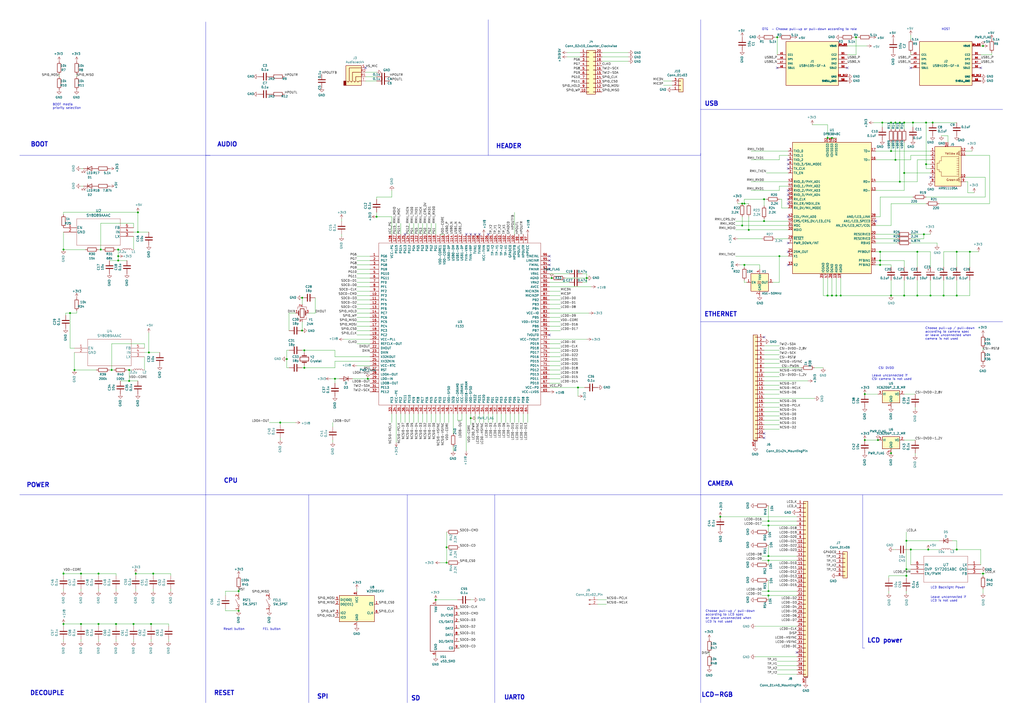
<source format=kicad_sch>
(kicad_sch (version 20231120) (generator "eeschema") (generator_version "8.0")
  (paper "A2")
  (junction (at 554.99 171.45))
  (junction (at 524.51 100.33))
  (junction (at 445.77 304.8))
  (junction (at 78.74 332.74))
  (junction (at 532.13 146.05))
  (junction (at 480.06 171.45))
  (junction (at 443.23 128.27))
  (junction (at 450.85 21.59))
  (junction (at 74.93 214.63))
  (junction (at 532.13 171.45))
  (junction (at 519.43 71.12))
  (junction (at 87.63 361.95))
  (junction (at 509.27 255.27))
  (junction (at 487.68 171.45))
  (junction (at 445.77 302.26))
  (junction (at 537.21 71.12))
  (junction (at 88.9 332.74))
  (junction (at 68.58 148.59))
  (junction (at 535.94 135.89))
  (junction (at 445.77 322.58))
  (junction (at 547.37 171.45))
  (junction (at 58.42 144.78))
  (junction (at 524.51 171.45))
  (junction (at 80.01 134.62))
  (junction (at 516.89 171.45))
  (junction (at 46.99 332.74))
  (junction (at 80.01 123.19))
  (junction (at 417.83 299.72))
  (junction (at 176.53 203.2))
  (junction (at 525.78 334.01))
  (junction (at 516.89 87.63))
  (junction (at 77.47 361.95))
  (junction (at 525.78 330.2))
  (junction (at 482.6 80.01))
  (junction (at 445.77 342.9))
  (junction (at 259.08 326.39))
  (junction (at 443.23 115.57))
  (junction (at 480.06 80.01))
  (junction (at 194.31 219.71))
  (junction (at 537.21 95.25))
  (junction (at 176.53 213.36))
  (junction (at 43.18 214.63))
  (junction (at 485.14 171.45))
  (junction (at 273.05 242.57))
  (junction (at 525.78 313.69))
  (junction (at 516.89 262.89))
  (junction (at 138.43 342.9))
  (junction (at 541.02 71.12))
  (junction (at 138.43 354.33))
  (junction (at 36.83 144.78))
  (junction (at 46.99 361.95))
  (junction (at 74.93 220.98))
  (junction (at 521.97 105.41))
  (junction (at 538.48 318.77))
  (junction (at 430.53 130.81))
  (junction (at 524.51 71.12))
  (junction (at 68.58 144.78))
  (junction (at 340.36 161.29))
  (junction (at 252.73 347.98))
  (junction (at 529.59 71.12))
  (junction (at 510.54 146.05))
  (junction (at 162.56 245.11))
  (junction (at 57.15 361.95))
  (junction (at 511.81 71.12))
  (junction (at 320.04 161.29))
  (junction (at 516.89 71.12))
  (junction (at 430.53 118.11))
  (junction (at 434.34 133.35))
  (junction (at 57.15 332.74))
  (junction (at 166.37 208.28))
  (junction (at 86.36 204.47))
  (junction (at 175.26 172.72))
  (junction (at 539.75 171.45))
  (junction (at 452.12 148.59))
  (junction (at 40.64 181.61))
  (junction (at 501.65 255.27))
  (junction (at 562.61 146.05))
  (junction (at 482.6 171.45))
  (junction (at 554.99 146.05))
  (junction (at 496.57 21.59))
  (junction (at 64.77 214.63))
  (junction (at 36.83 332.74))
  (junction (at 554.99 318.77))
  (junction (at 510.54 151.13))
  (junction (at 528.32 318.77))
  (junction (at 519.43 92.71))
  (junction (at 431.8 153.67))
  (junction (at 213.36 219.71))
  (junction (at 175.26 191.77))
  (junction (at 510.54 153.67))
  (junction (at 259.08 317.5))
  (junction (at 501.65 228.6))
  (junction (at 521.97 71.12))
  (junction (at 68.58 151.13))
  (junction (at 218.44 125.73))
  (junction (at 570.23 332.74))
  (junction (at 445.77 325.12))
  (junction (at 570.23 26.67))
  (junction (at 67.31 361.95))
  (junction (at 36.83 361.95))
  (junction (at 445.77 345.44))
  (junction (at 335.28 224.79))
  (junction (at 431.8 118.11))
  (no_connect (at 528.32 39.37))
  (no_connect (at 318.77 148.59))
  (no_connect (at 318.77 156.21))
  (no_connect (at 457.2 115.57))
  (no_connect (at 318.77 153.67))
  (no_connect (at 270.51 135.89))
  (no_connect (at 568.96 39.37))
  (no_connect (at 457.2 110.49))
  (no_connect (at 443.23 251.46))
  (no_connect (at 457.2 140.97))
  (no_connect (at 318.77 194.31))
  (no_connect (at 443.23 195.58))
  (no_connect (at 278.13 135.89))
  (no_connect (at 283.21 135.89))
  (no_connect (at 212.09 39.37))
  (no_connect (at 457.2 118.11))
  (no_connect (at 450.85 39.37))
  (no_connect (at 318.77 151.13))
  (no_connect (at 508 128.27))
  (no_connect (at 234.95 135.89))
  (no_connect (at 273.05 135.89))
  (no_connect (at 491.49 39.37))
  (no_connect (at 457.2 92.71))
  (no_connect (at 457.2 125.73))
  (no_connect (at 457.2 97.79))
  (no_connect (at 275.59 135.89))
  (no_connect (at 457.2 113.03))
  (no_connect (at 457.2 146.05))
  (no_connect (at 457.2 95.25))
  (no_connect (at 539.75 102.87))
  (no_connect (at 457.2 153.67))
  (no_connect (at 443.23 254))
  (no_connect (at 462.28 378.46))
  (wire (pts (xy 411.48 378.46) (xy 411.48 379.73)))
  (wire (pts (xy 194.31 207.01) (xy 194.31 203.2)))
  (wire (pts (xy 74.93 214.63) (xy 76.2 214.63)))
  (wire (pts (xy 452.12 246.38) (xy 443.23 246.38)))
  (wire (pts (xy 44.45 180.34) (xy 44.45 181.61)))
  (wire (pts (xy 438.15 381) (xy 462.28 381)))
  (wire (pts (xy 250.19 135.89) (xy 250.19 129.54)))
  (wire (pts (xy 532.13 171.45) (xy 539.75 171.45)))
  (wire (pts (xy 176.53 203.2) (xy 194.31 203.2)))
  (wire (pts (xy 262.89 240.03) (xy 262.89 251.46)))
  (wire (pts (xy 453.39 115.57) (xy 453.39 120.65)))
  (wire (pts (xy 554.99 318.77) (xy 568.96 318.77)))
  (wire (pts (xy 167.64 191.77) (xy 167.64 181.61)))
  (wire (pts (xy 508 105.41) (xy 521.97 105.41)))
  (wire (pts (xy 529.59 71.12) (xy 537.21 71.12)))
  (wire (pts (xy 450.85 388.62) (xy 462.28 388.62)))
  (wire (pts (xy 524.51 228.6) (xy 530.86 228.6)))
  (wire (pts (xy 472.44 213.36) (xy 477.52 213.36)))
  (wire (pts (xy 568.96 332.74) (xy 570.23 332.74)))
  (wire (pts (xy 247.65 129.54) (xy 247.65 135.89)))
  (wire (pts (xy 138.43 342.9) (xy 130.81 342.9)))
  (wire (pts (xy 339.09 224.79) (xy 335.28 224.79)))
  (wire (pts (xy 561.34 111.76) (xy 561.34 105.41)))
  (wire (pts (xy 328.93 33.02) (xy 336.55 33.02)))
  (wire (pts (xy 510.54 146.05) (xy 532.13 146.05)))
  (wire (pts (xy 247.65 245.11) (xy 247.65 240.03)))
  (wire (pts (xy 325.12 219.71) (xy 318.77 219.71)))
  (polyline (pts (xy 406.4 287.02) (xy 287.02 287.02)))
  (wire (pts (xy 266.065 353.06) (xy 266.7 353.06)))
  (wire (pts (xy 204.47 219.71) (xy 213.36 219.71)))
  (wire (pts (xy 57.15 342.9) (xy 57.15 341.63)))
  (wire (pts (xy 340.36 196.85) (xy 318.77 196.85)))
  (wire (pts (xy 80.01 134.62) (xy 77.47 134.62)))
  (wire (pts (xy 74.93 220.98) (xy 69.85 220.98)))
  (wire (pts (xy 452.12 241.3) (xy 443.23 241.3)))
  (wire (pts (xy 273.05 242.57) (xy 273.05 246.38)))
  (wire (pts (xy 516.89 74.93) (xy 516.89 71.12)))
  (wire (pts (xy 270.51 261.62) (xy 270.51 240.03)))
  (wire (pts (xy 535.94 138.43) (xy 535.94 135.89)))
  (wire (pts (xy 77.47 372.11) (xy 77.47 370.84)))
  (wire (pts (xy 212.09 44.45) (xy 218.44 44.45)))
  (wire (pts (xy 207.01 156.21) (xy 214.63 156.21)))
  (wire (pts (xy 36.83 134.62) (xy 36.83 144.78)))
  (wire (pts (xy 485.14 171.45) (xy 487.68 171.45)))
  (wire (pts (xy 482.6 171.45) (xy 485.14 171.45)))
  (wire (pts (xy 528.32 138.43) (xy 535.94 138.43)))
  (wire (pts (xy 306.07 245.11) (xy 306.07 240.03)))
  (wire (pts (xy 525.78 330.2) (xy 525.78 334.01)))
  (wire (pts (xy 229.87 129.54) (xy 229.87 135.89)))
  (polyline (pts (xy 500.38 287.02) (xy 500.38 375.92)))
  (wire (pts (xy 83.82 207.01) (xy 83.82 214.63)))
  (wire (pts (xy 445.77 322.58) (xy 462.28 322.58)))
  (wire (pts (xy 495.3 21.59) (xy 496.57 21.59)))
  (wire (pts (xy 266.065 364.49) (xy 266.7 364.49)))
  (wire (pts (xy 426.72 130.81) (xy 430.53 130.81)))
  (wire (pts (xy 242.57 129.54) (xy 242.57 135.89)))
  (wire (pts (xy 431.8 115.57) (xy 431.8 118.11)))
  (wire (pts (xy 537.21 97.79) (xy 537.21 95.25)))
  (wire (pts (xy 67.31 332.74) (xy 67.31 334.01)))
  (wire (pts (xy 506.73 71.12) (xy 511.81 71.12)))
  (wire (pts (xy 182.88 172.72) (xy 182.88 181.61)))
  (wire (pts (xy 325.12 209.55) (xy 318.77 209.55)))
  (wire (pts (xy 471.17 72.39) (xy 480.06 72.39)))
  (wire (pts (xy 262.89 261.62) (xy 262.89 259.08)))
  (wire (pts (xy 508 138.43) (xy 520.7 138.43)))
  (wire (pts (xy 68.58 151.13) (xy 68.58 148.59)))
  (wire (pts (xy 207.01 186.69) (xy 214.63 186.69)))
  (wire (pts (xy 218.44 123.19) (xy 218.44 125.73)))
  (wire (pts (xy 508 125.73) (xy 510.54 125.73)))
  (wire (pts (xy 445.77 302.26) (xy 462.28 302.26)))
  (wire (pts (xy 218.44 125.73) (xy 227.33 125.73)))
  (wire (pts (xy 67.31 372.11) (xy 67.31 370.84)))
  (wire (pts (xy 330.2 158.75) (xy 318.77 158.75)))
  (wire (pts (xy 57.15 332.74) (xy 57.15 334.01)))
  (wire (pts (xy 519.43 71.12) (xy 521.97 71.12)))
  (wire (pts (xy 325.12 214.63) (xy 318.77 214.63)))
  (wire (pts (xy 508 130.81) (xy 516.89 130.81)))
  (wire (pts (xy 568.96 31.75) (xy 575.31 31.75)))
  (wire (pts (xy 435.61 105.41) (xy 457.2 105.41)))
  (wire (pts (xy 554.99 154.94) (xy 554.99 146.05)))
  (wire (pts (xy 207.01 341.63) (xy 207.01 342.9)))
  (polyline (pts (xy 11.43 287.02) (xy 287.02 287.02)))
  (wire (pts (xy 227.33 114.3) (xy 227.33 110.49)))
  (wire (pts (xy 77.47 129.54) (xy 77.47 132.08)))
  (wire (pts (xy 543.56 140.97) (xy 543.56 142.24)))
  (wire (pts (xy 443.23 115.57) (xy 431.8 115.57)))
  (wire (pts (xy 207.01 212.09) (xy 214.63 212.09)))
  (wire (pts (xy 529.59 73.66) (xy 529.59 71.12)))
  (wire (pts (xy 452.12 148.59) (xy 452.12 163.83)))
  (wire (pts (xy 445.77 345.44) (xy 445.77 347.98)))
  (wire (pts (xy 539.75 97.79) (xy 537.21 97.79)))
  (wire (pts (xy 519.43 82.55) (xy 519.43 92.71)))
  (wire (pts (xy 450.85 386.08) (xy 462.28 386.08)))
  (polyline (pts (xy 236.22 287.02) (xy 236.22 407.67)))
  (wire (pts (xy 520.7 140.97) (xy 508 140.97)))
  (wire (pts (xy 36.83 361.95) (xy 36.83 363.22)))
  (wire (pts (xy 511.81 73.66) (xy 511.81 71.12)))
  (wire (pts (xy 86.36 193.04) (xy 86.36 204.47)))
  (wire (pts (xy 73.66 151.13) (xy 68.58 151.13)))
  (wire (pts (xy 77.47 137.16) (xy 77.47 144.78)))
  (wire (pts (xy 207.01 176.53) (xy 214.63 176.53)))
  (wire (pts (xy 218.44 114.3) (xy 227.33 114.3)))
  (wire (pts (xy 207.01 151.13) (xy 214.63 151.13)))
  (wire (pts (xy 515.62 334.01) (xy 515.62 335.28)))
  (wire (pts (xy 88.9 332.74) (xy 99.06 332.74)))
  (wire (pts (xy 78.74 332.74) (xy 78.74 334.01)))
  (wire (pts (xy 46.99 332.74) (xy 57.15 332.74)))
  (wire (pts (xy 67.31 342.9) (xy 67.31 341.63)))
  (wire (pts (xy 162.56 255.27) (xy 162.56 254)))
  (wire (pts (xy 441.96 302.26) (xy 445.77 302.26)))
  (wire (pts (xy 364.49 33.02) (xy 349.25 33.02)))
  (wire (pts (xy 568.96 318.77) (xy 568.96 327.66)))
  (wire (pts (xy 92.71 204.47) (xy 86.36 204.47)))
  (wire (pts (xy 138.43 354.33) (xy 130.81 354.33)))
  (wire (pts (xy 544.83 313.69) (xy 525.78 313.69)))
  (wire (pts (xy 541.02 71.12) (xy 554.99 71.12)))
  (wire (pts (xy 434.34 125.73) (xy 434.34 133.35)))
  (wire (pts (xy 194.31 213.36) (xy 194.31 209.55)))
  (wire (pts (xy 194.31 222.25) (xy 194.31 219.71)))
  (wire (pts (xy 194.31 219.71) (xy 196.85 219.71)))
  (polyline (pts (xy 119.38 287.02) (xy 119.38 407.67)))
  (wire (pts (xy 64.77 214.63) (xy 64.77 199.39)))
  (wire (pts (xy 80.01 123.19) (xy 36.83 123.19)))
  (wire (pts (xy 501.65 255.27) (xy 509.27 255.27)))
  (wire (pts (xy 452.12 238.76) (xy 443.23 238.76)))
  (wire (pts (xy 214.63 173.99) (xy 207.01 173.99)))
  (wire (pts (xy 250.19 245.11) (xy 250.19 240.03)))
  (wire (pts (xy 325.12 184.15) (xy 318.77 184.15)))
  (wire (pts (xy 452.12 243.84) (xy 443.23 243.84)))
  (wire (pts (xy 521.97 71.12) (xy 524.51 71.12)))
  (wire (pts (xy 77.47 361.95) (xy 77.47 363.22)))
  (wire (pts (xy 525.78 330.2) (xy 528.32 330.2)))
  (wire (pts (xy 528.32 318.77) (xy 528.32 327.66)))
  (wire (pts (xy 325.12 173.99) (xy 318.77 173.99)))
  (wire (pts (xy 452.12 218.44) (xy 443.23 218.44)))
  (wire (pts (xy 508 110.49) (xy 524.51 110.49)))
  (wire (pts (xy 40.64 201.93) (xy 43.18 201.93)))
  (wire (pts (xy 532.13 146.05) (xy 539.75 146.05)))
  (wire (pts (xy 293.37 245.11) (xy 293.37 240.03)))
  (wire (pts (xy 44.45 181.61) (xy 40.64 181.61)))
  (wire (pts (xy 227.33 245.11) (xy 227.33 240.03)))
  (wire (pts (xy 510.54 151.13) (xy 524.51 151.13)))
  (wire (pts (xy 288.29 245.11) (xy 288.29 240.03)))
  (wire (pts (xy 571.5 114.3) (xy 571.5 102.87)))
  (wire (pts (xy 212.09 46.99) (xy 218.44 46.99)))
  (wire (pts (xy 36.83 144.78) (xy 49.53 144.78)))
  (wire (pts (xy 175.26 172.72) (xy 175.26 176.53)))
  (wire (pts (xy 275.59 245.11) (xy 275.59 240.03)))
  (wire (pts (xy 570.23 332.74) (xy 571.5 332.74)))
  (wire (pts (xy 552.45 318.77) (xy 554.99 318.77)))
  (wire (pts (xy 516.89 171.45) (xy 516.89 162.56)))
  (wire (pts (xy 34.29 43.18) (xy 34.29 44.45)))
  (wire (pts (xy 130.81 354.33) (xy 130.81 353.06)))
  (wire (pts (xy 561.34 111.76) (xy 565.15 111.76)))
  (wire (pts (xy 364.49 30.48) (xy 349.25 30.48)))
  (polyline (pts (xy 406.4 63.5) (xy 581.66 63.5)))
  (polyline (pts (xy 500.38 375.92) (xy 501.65 375.92)))
  (wire (pts (xy 510.54 153.67) (xy 510.54 151.13)))
  (wire (pts (xy 570.23 334.01) (xy 570.23 332.74)))
  (wire (pts (xy 452.12 248.92) (xy 443.23 248.92)))
  (wire (pts (xy 441.96 304.8) (xy 445.77 304.8)))
  (wire (pts (xy 58.42 144.78) (xy 58.42 129.54)))
  (wire (pts (xy 521.97 74.93) (xy 521.97 71.12)))
  (wire (pts (xy 265.43 240.03) (xy 265.43 243.84)))
  (wire (pts (xy 318.77 163.83) (xy 330.2 163.83)))
  (wire (pts (xy 207.01 158.75) (xy 214.63 158.75)))
  (polyline (pts (xy 11.43 90.17) (xy 119.38 90.17)))
  (wire (pts (xy 547.37 154.94) (xy 547.37 146.05)))
  (polyline (pts (xy 406.4 90.17) (xy 406.4 88.9)))
  (wire (pts (xy 452.12 208.28) (xy 443.23 208.28)))
  (wire (pts (xy 67.31 144.78) (xy 68.58 144.78)))
  (wire (pts (xy 510.54 114.3) (xy 529.59 114.3)))
  (wire (pts (xy 452.12 215.9) (xy 443.23 215.9)))
  (wire (pts (xy 67.31 361.95) (xy 67.31 363.22)))
  (polyline (pts (xy 179.07 287.02) (xy 179.07 407.67)))
  (wire (pts (xy 198.12 127) (xy 198.12 128.27)))
  (wire (pts (xy 46.99 342.9) (xy 46.99 341.63)))
  (wire (pts (xy 176.53 204.47) (xy 176.53 203.2)))
  (wire (pts (xy 452.12 226.06) (xy 443.23 226.06)))
  (wire (pts (xy 435.61 110.49) (xy 452.12 110.49)))
  (wire (pts (xy 340.36 163.83) (xy 337.82 163.83)))
  (wire (pts (xy 74.93 214.63) (xy 74.93 220.98)))
  (wire (pts (xy 532.13 92.71) (xy 532.13 105.41)))
  (polyline (pts (xy 406.4 11.43) (xy 406.4 63.5)))
  (wire (pts (xy 335.28 229.87) (xy 335.28 224.79)))
  (wire (pts (xy 554.99 171.45) (xy 562.61 171.45)))
  (wire (pts (xy 325.12 204.47) (xy 318.77 204.47)))
  (wire (pts (xy 547.37 162.56) (xy 547.37 171.45)))
  (wire (pts (xy 255.27 326.39) (xy 259.08 326.39)))
  (polyline (pts (xy 119.38 90.17) (xy 406.4 90.17)))
  (wire (pts (xy 266.065 375.92) (xy 266.7 375.92)))
  (wire (pts (xy 525.78 334.01) (xy 525.78 335.28)))
  (wire (pts (xy 480.06 80.01) (xy 482.6 80.01)))
  (wire (pts (xy 445.77 316.23) (xy 445.77 322.58)))
  (wire (pts (xy 441.96 322.58) (xy 445.77 322.58)))
  (wire (pts (xy 562.61 171.45) (xy 562.61 162.56)))
  (wire (pts (xy 427.99 138.43) (xy 441.96 138.43)))
  (wire (pts (xy 516.89 71.12) (xy 519.43 71.12)))
  (wire (pts (xy 508 146.05) (xy 510.54 146.05)))
  (wire (pts (xy 524.51 171.45) (xy 532.13 171.45)))
  (wire (pts (xy 516.89 154.94) (xy 516.89 153.67)))
  (wire (pts (xy 207.01 171.45) (xy 214.63 171.45)))
  (wire (pts (xy 443.23 213.36) (xy 464.82 213.36)))
  (wire (pts (xy 441.96 345.44) (xy 445.77 345.44)))
  (wire (pts (xy 516.89 130.81) (xy 516.89 118.11)))
  (wire (pts (xy 240.03 129.54) (xy 240.03 135.89)))
  (wire (pts (xy 554.99 162.56) (xy 554.99 171.45)))
  (wire (pts (xy 266.065 356.87) (xy 266.7 356.87)))
  (wire (pts (xy 552.45 313.69) (xy 554.99 313.69)))
  (wire (pts (xy 435.61 92.71) (xy 452.12 92.71)))
  (wire (pts (xy 516.89 153.67) (xy 510.54 153.67)))
  (wire (pts (xy 445.77 293.37) (xy 445.77 302.26)))
  (wire (pts (xy 207.01 191.77) (xy 214.63 191.77)))
  (wire (pts (xy 327.66 161.29) (xy 340.36 161.29)))
  (wire (pts (xy 477.52 161.29) (xy 477.52 171.45)))
  (wire (pts (xy 57.15 332.74) (xy 67.31 332.74)))
  (wire (pts (xy 570.23 26.67) (xy 568.96 26.67)))
  (wire (pts (xy 516.89 118.11) (xy 537.21 118.11)))
  (wire (pts (xy 298.45 123.19) (xy 298.45 135.89)))
  (wire (pts (xy 303.53 245.11) (xy 303.53 240.03)))
  (wire (pts (xy 166.37 203.2) (xy 166.37 208.28)))
  (wire (pts (xy 448.31 163.83) (xy 452.12 163.83)))
  (wire (pts (xy 537.21 71.12) (xy 541.02 71.12)))
  (wire (pts (xy 340.36 161.29) (xy 340.36 158.75)))
  (wire (pts (xy 524.51 100.33) (xy 524.51 110.49)))
  (wire (pts (xy 252.73 129.54) (xy 252.73 135.89)))
  (wire (pts (xy 86.36 134.62) (xy 80.01 134.62)))
  (wire (pts (xy 477.52 171.45) (xy 480.06 171.45)))
  (wire (pts (xy 46.99 361.95) (xy 57.15 361.95)))
  (wire (pts (xy 259.08 308.61) (xy 259.08 317.5)))
  (wire (pts (xy 68.58 144.78) (xy 69.85 144.78)))
  (wire (pts (xy 539.75 95.25) (xy 537.21 95.25)))
  (wire (pts (xy 524.51 255.27) (xy 530.86 255.27)))
  (wire (pts (xy 485.14 161.29) (xy 485.14 171.45)))
  (wire (pts (xy 252.73 245.11) (xy 252.73 240.03)))
  (wire (pts (xy 36.83 123.19) (xy 36.83 124.46)))
  (wire (pts (xy 175.26 213.36) (xy 176.53 213.36)))
  (wire (pts (xy 452.12 107.95) (xy 452.12 110.49)))
  (wire (pts (xy 574.04 118.11) (xy 574.04 90.17)))
  (wire (pts (xy 207.01 166.37) (xy 214.63 166.37)))
  (wire (pts (xy 325.12 186.69) (xy 318.77 186.69)))
  (wire (pts (xy 567.69 146.05) (xy 562.61 146.05)))
  (wire (pts (xy 325.12 199.39) (xy 318.77 199.39)))
  (wire (pts (xy 207.01 181.61) (xy 214.63 181.61)))
  (wire (pts (xy 480.06 161.29) (xy 480.06 171.45)))
  (wire (pts (xy 325.12 222.25) (xy 318.77 222.25)))
  (wire (pts (xy 214.63 163.83) (xy 207.01 163.83)))
  (wire (pts (xy 510.54 114.3) (xy 510.54 125.73)))
  (wire (pts (xy 267.97 243.84) (xy 267.97 240.03)))
  (wire (pts (xy 445.77 325.12) (xy 445.77 327.66)))
  (wire (pts (xy 278.13 245.11) (xy 278.13 240.03)))
  (wire (pts (xy 182.88 181.61) (xy 179.07 181.61)))
  (wire (pts (xy 440.69 153.67) (xy 440.69 156.21)))
  (wire (pts (xy 325.12 191.77) (xy 318.77 191.77)))
  (wire (pts (xy 176.53 213.36) (xy 194.31 213.36)))
  (wire (pts (xy 510.54 151.13) (xy 510.54 146.05)))
  (wire (pts (xy 156.21 245.11) (xy 162.56 245.11)))
  (wire (pts (xy 438.15 363.22) (xy 462.28 363.22)))
  (wire (pts (xy 218.44 41.91) (xy 212.09 41.91)))
  (polyline (pts (xy 406.4 186.69) (xy 581.66 186.69)))
  (wire (pts (xy 57.15 144.78) (xy 58.42 144.78)))
  (wire (pts (xy 97.79 361.95) (xy 97.79 363.22)))
  (wire (pts (xy 325.12 217.17) (xy 318.77 217.17)))
  (wire (pts (xy 574.04 90.17) (xy 560.07 90.17)))
  (wire (pts (xy 430.53 130.81) (xy 430.53 125.73)))
  (wire (pts (xy 38.1 181.61) (xy 38.1 182.88)))
  (wire (pts (xy 266.065 368.3) (xy 266.7 368.3)))
  (wire (pts (xy 528.32 90.17) (xy 528.32 92.71)))
  (wire (pts (xy 325.12 212.09) (xy 318.77 212.09)))
  (wire (pts (xy 207.01 161.29) (xy 214.63 161.29)))
  (wire (pts (xy 194.31 209.55) (xy 214.63 209.55)))
  (wire (pts (xy 252.73 381) (xy 252.73 380.365)))
  (wire (pts (xy 443.23 115.57) (xy 444.5 115.57)))
  (wire (pts (xy 87.63 372.11) (xy 87.63 370.84)))
  (polyline (pts (xy 119.38 12.7) (xy 119.38 90.17)))
  (wire (pts (xy 570.23 344.17) (xy 570.23 341.63)))
  (wire (pts (xy 340.36 161.29) (xy 340.36 163.83)))
  (wire (pts (xy 68.58 151.13) (xy 63.5 151.13)))
  (wire (pts (xy 508 151.13) (xy 510.54 151.13)))
  (wire (pts (xy 452.12 228.6) (xy 443.23 228.6)))
  (wire (pts (xy 443.23 119.38) (xy 443.23 115.57)))
  (wire (pts (xy 67.31 361.95) (xy 77.47 361.95)))
  (wire (pts (xy 528.32 140.97) (xy 543.56 140.97)))
  (wire (pts (xy 453.39 120.65) (xy 457.2 120.65)))
  (wire (pts (xy 325.12 189.23) (xy 318.77 189.23)))
  (wire (pts (xy 482.6 80.01) (xy 485.14 80.01)))
  (wire (pts (xy 167.64 203.2) (xy 166.37 203.2)))
  (wire (pts (xy 273.05 240.03) (xy 273.05 242.57)))
  (wire (pts (xy 57.15 361.95) (xy 67.31 361.95)))
  (wire (pts (xy 535.94 135.89) (xy 539.75 135.89)))
  (wire (pts (xy 524.51 71.12) (xy 529.59 71.12)))
  (wire (pts (xy 48.26 97.79) (xy 46.99 97.79)))
  (wire (pts (xy 508 92.71) (xy 519.43 92.71)))
  (wire (pts (xy 501.65 228.6) (xy 509.27 228.6)))
  (wire (pts (xy 445.77 304.8) (xy 445.77 308.61)))
  (wire (pts (xy 325.12 168.91) (xy 318.77 168.91)))
  (wire (pts (xy 571.5 102.87) (xy 560.07 102.87)))
  (wire (pts (xy 443.23 220.98) (xy 468.63 220.98)))
  (wire (pts (xy 78.74 342.9) (xy 78.74 341.63)))
  (wire (pts (xy 525.78 334.01) (xy 515.62 334.01)))
  (wire (pts (xy 452.12 115.57) (xy 453.39 115.57)))
  (wire (pts (xy 510.54 153.67) (xy 508 153.67)))
  (wire (pts (xy 450.85 391.16) (xy 462.28 391.16)))
  (wire (pts (xy 521.97 105.41) (xy 532.13 105.41)))
  (wire (pts (xy 525.78 313.69) (xy 525.78 330.2)))
  (wire (pts (xy 57.15 372.11) (xy 57.15 370.84)))
  (wire (pts (xy 162.56 245.11) (xy 162.56 246.38)))
  (wire (pts (xy 351.79 347.98) (xy 346.71 347.98)))
  (wire (pts (xy 36.83 342.9) (xy 36.83 341.63)))
  (wire (pts (xy 528.32 135.89) (xy 535.94 135.89)))
  (wire (pts (xy 218.44 114.3) (xy 218.44 115.57)))
  (wire (pts (xy 516.89 87.63) (xy 539.75 87.63)))
  (wire (pts (xy 265.43 347.98) (xy 252.73 347.98)))
  (wire (pts (xy 207.01 184.15) (xy 214.63 184.15)))
  (wire (pts (xy 240.03 245.11) (xy 240.03 240.03)))
  (wire (pts (xy 325.12 176.53) (xy 318.77 176.53)))
  (wire (pts (xy 73.66 214.63) (xy 74.93 214.63)))
  (wire (pts (xy 237.49 135.89) (xy 237.49 129.54)))
  (wire (pts (xy 64.77 214.63) (xy 66.04 214.63)))
  (wire (pts (xy 99.06 342.9) (xy 99.06 341.63)))
  (wire (pts (xy 83.82 199.39) (xy 83.82 201.93)))
  (wire (pts (xy 295.91 245.11) (xy 295.91 240.03)))
  (wire (pts (xy 58.42 144.78) (xy 59.69 144.78)))
  (wire (pts (xy 207.01 199.39) (xy 214.63 199.39)))
  (wire (pts (xy 496.57 31.75) (xy 491.49 31.75)))
  (wire (pts (xy 519.43 74.93) (xy 519.43 71.12)))
  (wire (pts (xy 46.99 332.74) (xy 46.99 334.01)))
  (wire (pts (xy 452.12 107.95) (xy 457.2 107.95)))
  (wire (pts (xy 443.23 210.82) (xy 452.12 210.82)))
  (wire (pts (xy 46.99 372.11) (xy 46.99 370.84)))
  (wire (pts (xy 450.85 21.59) (xy 450.85 31.75)))
  (wire (pts (xy 544.83 118.11) (xy 574.04 118.11)))
  (wire (pts (xy 207.01 148.59) (xy 214.63 148.59)))
  (wire (pts (xy 452.12 205.74) (xy 443.23 205.74)))
  (wire (pts (xy 266.065 372.11) (xy 266.7 372.11)))
  (wire (pts (xy 445.77 336.55) (xy 445.77 342.9)))
  (wire (pts (xy 520.7 135.89) (xy 508 135.89)))
  (wire (pts (xy 232.41 129.54) (xy 232.41 135.89)))
  (wire (pts (xy 80.01 123.19) (xy 80.01 134.62)))
  (wire (pts (xy 364.49 35.56) (xy 349.25 35.56)))
  (wire (pts (xy 430.53 118.11) (xy 431.8 118.11)))
  (wire (pts (xy 340.36 158.75) (xy 337.82 158.75)))
  (wire (pts (xy 207.01 194.31) (xy 214.63 194.31)))
  (wire (pts (xy 445.77 342.9) (xy 462.28 342.9)))
  (wire (pts (xy 260.35 245.11) (xy 260.35 240.03)))
  (wire (pts (xy 443.23 236.22) (xy 452.12 236.22)))
  (wire (pts (xy 521.97 82.55) (xy 521.97 105.41)))
  (wire (pts (xy 524.51 71.12) (xy 524.51 74.93)))
  (wire (pts (xy 511.81 71.12) (xy 516.89 71.12)))
  (wire (pts (xy 547.37 171.45) (xy 554.99 171.45)))
  (wire (pts (xy 242.57 245.11) (xy 242.57 240.03)))
  (wire (pts (xy 175.26 186.69) (xy 175.26 191.77)))
  (wire (pts (xy 452.12 223.52) (xy 443.23 223.52)))
  (wire (pts (xy 325.12 171.45) (xy 318.77 171.45)))
  (wire (pts (xy 525.78 308.61) (xy 525.78 313.69)))
  (wire (pts (xy 515.62 344.17) (xy 515.62 342.9)))
  (polyline (pts (xy 119.38 90.17) (xy 121.92 90.17)))
  (wire (pts (xy 266.065 360.68) (xy 266.7 360.68)))
  (wire (pts (xy 335.28 224.79) (xy 318.77 224.79)))
  (wire (pts (xy 434.34 133.35) (xy 457.2 133.35)))
  (wire (pts (xy 472.44 231.14) (xy 443.23 231.14)))
  (wire (pts (xy 342.9 166.37) (xy 318.77 166.37)))
  (wire (pts (xy 265.43 243.84) (xy 267.97 243.84)))
  (wire (pts (xy 44.45 43.18) (xy 44.45 44.45)))
  (wire (pts (xy 341.63 181.61) (xy 318.77 181.61)))
  (wire (pts (xy 214.63 179.07) (xy 207.01 179.07)))
  (wire (pts (xy 445.77 304.8) (xy 462.28 304.8)))
  (wire (pts (xy 162.56 245.11) (xy 171.45 245.11)))
  (wire (pts (xy 508 87.63) (xy 516.89 87.63)))
  (wire (pts (xy 445.77 345.44) (xy 462.28 345.44)))
  (wire (pts (xy 516.89 82.55) (xy 516.89 87.63)))
  (wire (pts (xy 290.83 245.11) (xy 290.83 240.03)))
  (wire (pts (xy 252.73 347.98) (xy 252.73 348.615)))
  (wire (pts (xy 214.63 207.01) (xy 194.31 207.01)))
  (wire (pts (xy 237.49 245.11) (xy 237.49 240.03)))
  (wire (pts (xy 525.78 344.17) (xy 525.78 342.9)))
  (wire (pts (xy 214.63 168.91) (xy 207.01 168.91)))
  (wire (pts (xy 431.8 163.83) (xy 433.07 163.83)))
  (wire (pts (xy 532.13 146.05) (xy 532.13 154.94)))
  (wire (pts (xy 539.75 92.71) (xy 532.13 92.71)))
  (wire (pts (xy 539.75 90.17) (xy 528.32 90.17)))
  (wire (pts (xy 78.74 332.74) (xy 88.9 332.74)))
  (wire (pts (xy 449.58 138.43) (xy 457.2 138.43)))
  (wire (pts (xy 138.43 342.9) (xy 138.43 344.17)))
  (wire (pts (xy 450.85 21.59) (xy 452.12 21.59)))
  (wire (pts (xy 537.21 95.25) (xy 537.21 71.12)))
  (wire (pts (xy 207.01 153.67) (xy 214.63 153.67)))
  (wire (pts (xy 80.01 220.98) (xy 74.93 220.98)))
  (wire (pts (xy 431.8 153.67) (xy 440.69 153.67)))
  (wire (pts (xy 138.43 341.63) (xy 138.43 342.9)))
  (wire (pts (xy 487.68 161.29) (xy 487.68 171.45)))
  (wire (pts (xy 77.47 361.95) (xy 87.63 361.95)))
  (wire (pts (xy 519.43 92.71) (xy 528.32 92.71)))
  (polyline (pts (xy 406.4 287.02) (xy 406.4 407.67)))
  (wire (pts (xy 325.12 207.01) (xy 318.77 207.01)))
  (wire (pts (xy 36.83 372.11) (xy 36.83 370.84)))
  (wire (pts (xy 457.2 148.59) (xy 452.12 148.59)))
  (wire (pts (xy 283.21 245.11) (xy 283.21 240.03)))
  (polyline (pts (xy 406.4 186.69) (xy 406.4 287.02)))
  (wire (pts (xy 57.15 361.95) (xy 57.15 363.22)))
  (wire (pts (xy 430.53 130.81) (xy 457.2 130.81)))
  (wire (pts (xy 199.39 196.85) (xy 214.63 196.85)))
  (wire (pts (xy 207.01 189.23) (xy 214.63 189.23)))
  (wire (pts (xy 532.13 162.56) (xy 532.13 171.45)))
  (wire (pts (xy 255.27 245.11) (xy 255.27 240.03)))
  (wire (pts (xy 443.23 128.27) (xy 457.2 128.27)))
  (wire (pts (xy 298.45 245.11) (xy 298.45 240.03)))
  (wire (pts (xy 530.86 264.16) (xy 530.86 262.89)))
  (wire (pts (xy 452.12 90.17) (xy 452.12 92.71)))
  (wire (pts (xy 496.57 21.59) (xy 496.57 31.75)))
  (wire (pts (xy 539.75 171.45) (xy 547.37 171.45)))
  (wire (pts (xy 43.18 214.63) (xy 55.88 214.63)))
  (wire (pts (xy 87.63 361.95) (xy 87.63 363.22)))
  (polyline (pts (xy 119.38 287.02) (xy 119.38 90.17)))
  (wire (pts (xy 97.79 372.11) (xy 97.79 370.84)))
  (wire (pts (xy 234.95 245.11) (xy 234.95 240.03)))
  (polyline (pts (xy 287.02 287.02) (xy 287.02 407.67)))
  (wire (pts (xy 166.37 208.28) (xy 166.37 213.36)))
  (wire (pts (xy 524.51 154.94) (xy 524.51 151.13)))
  (wire (pts (xy 450.85 383.54) (xy 462.28 383.54)))
  (wire (pts (xy 320.04 161.29) (xy 318.77 161.29)))
  (wire (pts (xy 539.75 162.56) (xy 539.75 171.45)))
  (wire (pts (xy 487.68 171.45) (xy 516.89 171.45)))
  (wire (pts (xy 88.9 332.74) (xy 88.9 334.01)))
  (wire (pts (xy 452.12 203.2) (xy 443.23 203.2)))
  (wire (pts (xy 562.61 154.94) (xy 562.61 146.05)))
  (wire (pts (xy 300.99 245.11) (xy 300.99 240.03)))
  (wire (pts (xy 36.83 361.95) (xy 46.99 361.95)))
  (wire (pts (xy 530.86 237.49) (xy 530.86 236.22)))
  (wire (pts (xy 40.64 181.61) (xy 38.1 181.61)))
  (wire (pts (xy 537.21 114.3) (xy 571.5 114.3)))
  (wire (pts (xy 431.8 154.94) (xy 431.8 153.67)))
  (wire (pts (xy 351.79 350.52) (xy 346.71 350.52)))
  (wire (pts (xy 435.61 87.63) (xy 457.2 87.63)))
  (wire (pts (xy 426.72 148.59) (xy 452.12 148.59)))
  (wire (pts (xy 43.18 204.47) (xy 43.18 214.63)))
  (wire (pts (xy 518.16 318.77) (xy 519.43 318.77)))
  (wire (pts (xy 232.41 245.11) (xy 232.41 240.03)))
  (wire (pts (xy 384.81 46.99) (xy 389.89 46.99)))
  (wire (pts (xy 547.37 146.05) (xy 554.99 146.05)))
  (wire (pts (xy 516.89 171.45) (xy 524.51 171.45)))
  (wire (pts (xy 257.81 245.11) (xy 257.81 240.03)))
  (wire (pts (xy 280.67 245.11) (xy 280.67 240.03)))
  (wire (pts (xy 563.88 87.63) (xy 560.07 87.63)))
  (wire (pts (xy 549.91 78.74) (xy 546.1 78.74)))
  (wire (pts (xy 549.91 82.55) (xy 549.91 78.74)))
  (wire (pts (xy 213.36 219.71) (xy 214.63 219.71)))
  (wire (pts (xy 88.9 342.9) (xy 88.9 341.63)))
  (wire (pts (xy 325.12 201.93) (xy 318.77 201.93)))
  (wire (pts (xy 482.6 161.29) (xy 482.6 171.45)))
  (wire (pts (xy 554.99 146.05) (xy 562.61 146.05)))
  (wire (pts (xy 198.12 137.16) (xy 198.12 135.89)))
  (wire (pts (xy 429.26 153.67) (xy 431.8 153.67)))
  (wire (pts (xy 427.99 118.11) (xy 430.53 118.11)))
  (wire (pts (xy 502.92 26.67) (xy 491.49 26.67)))
  (wire (pts (xy 452.12 233.68) (xy 443.23 233.68)))
  (wire (pts (xy 167.64 181.61) (xy 171.45 181.61)))
  (wire (pts (xy 524.51 162.56) (xy 524.51 171.45)))
  (wire (pts (xy 40.64 181.61) (xy 40.64 201.93)))
  (wire (pts (xy 274.32 347.98) (xy 273.05 347.98)))
  (wire (pts (xy 444.5 100.33) (xy 457.2 100.33)))
  (wire (pts (xy 452.12 90.17) (xy 457.2 90.17)))
  (wire (pts (xy 36.83 332.74) (xy 46.99 332.74)))
  (wire (pts (xy 193.04 256.54) (xy 193.04 255.27)))
  (wire (pts (xy 245.11 135.89) (xy 245.11 129.54)))
  (wire (pts (xy 575.31 30.48) (xy 575.31 31.75)))
  (wire (pts (xy 86.36 204.47) (xy 83.82 204.47)))
  (wire (pts (xy 561.34 105.41) (xy 560.07 105.41)))
  (wire (pts (xy 443.23 127) (xy 443.23 128.27)))
  (wire (pts (xy 496.57 21.59) (xy 497.84 21.59)))
  (wire (pts (xy 480.06 72.39) (xy 480.06 80.01)))
  (wire (pts (xy 528.32 31.75) (xy 528.32 30.48)))
  (wire (pts (xy 445.77 325.12) (xy 462.28 325.12)))
  (wire (pts (xy 229.87 240.03) (xy 229.87 256.54)))
  (wire (pts (xy 441.96 342.9) (xy 445.77 342.9)))
  (wire (pts (xy 524.51 82.55) (xy 524.51 100.33)))
  (wire (pts (xy 538.48 318.77) (xy 528.32 318.77)))
  (wire (pts (xy 554.99 313.69) (xy 554.99 318.77)))
  (wire (pts (xy 58.42 129.54) (xy 77.47 129.54)))
  (wire (pts (xy 544.83 318.77) (xy 538.48 318.77)))
  (polyline (pts (xy 283.21 11.43) (xy 283.21 90.17)))
  (wire (pts (xy 539.75 100.33) (xy 524.51 100.33)))
  (wire (pts (xy 245.11 245.11) (xy 245.11 240.03)))
  (wire (pts (xy 176.53 212.09) (xy 176.53 213.36)))
  (wire (pts (xy 434.34 118.11) (xy 431.8 118.11)))
  (wire (pts (xy 480.06 171.45) (xy 482.6 171.45)))
  (wire (pts (xy 194.31 219.71) (xy 191.77 219.71)))
  (wire (pts (xy 176.53 203.2) (xy 175.26 203.2)))
  (wire (pts (xy 68.58 148.59) (xy 68.58 144.78)))
  (wire (pts (xy 443.23 200.66) (xy 452.12 200.66)))
  (wire (pts (xy 325.12 179.07) (xy 318.77 179.07)))
  (wire (pts (xy 285.75 245.11) (xy 285.75 240.03)))
  (wire (pts (xy 99.06 332.74) (xy 99.06 334.01)))
  (wire (pts (xy 257.81 135.89) (xy 255.27 135.89)))
  (polyline (pts (xy 406.4 287.02) (xy 581.66 287.02)))
  (wire (pts (xy 63.5 214.63) (xy 64.77 214.63)))
  (wire (pts (xy 431.8 162.56) (xy 431.8 163.83)))
  (wire (pts (xy 528.32 20.32) (xy 528.32 22.86)))
  (wire (pts (xy 417.83 299.72) (xy 462.28 299.72)))
  (wire (pts (xy 166.37 213.36) (xy 167.64 213.36)))
  (wire (pts (xy 130.81 342.9) (xy 130.81 345.44)))
  (wire (pts (xy 259.08 317.5) (xy 259.08 326.39)))
  (wire (pts (xy 36.83 332.74) (xy 36.83 334.01)))
  (wire (pts (xy 426.72 128.27) (xy 443.23 128.27)))
  (wire (pts (xy 227.33 125.73) (xy 227.33 135.89)))
  (wire (pts (xy 36.83 331.47) (xy 36.83 332.74)))
  (wire (pts (xy 64.77 199.39) (xy 83.82 199.39)))
  (wire (pts (xy 384.81 49.53) (xy 389.89 49.53)))
  (wire (pts (xy 449.58 21.59) (xy 450.85 21.59)))
  (wire (pts (xy 441.96 325.12) (xy 445.77 325.12)))
  (wire (pts (xy 528.32 318.77) (xy 527.05 318.77)))
  (wire (pts (xy 87.63 361.95) (xy 97.79 361.95)))
  (polyline (pts (xy 406.4 63.5) (xy 406.4 186.69)))
  (wire (pts (xy 539.75 146.05) (xy 539.75 154.94)))
  (wire (pts (xy 48.26 107.95) (xy 46.99 107.95)))
  (wire (pts (xy 570.23 201.93) (xy 570.23 203.2)))
  (wire (pts (xy 426.72 133.35) (xy 434.34 133.35)))
  (wire (pts (xy 328.93 30.48) (xy 336.55 30.48)))
  (wire (pts (xy 193.04 245.11) (xy 193.04 247.65)))
  (wire (pts (xy 46.99 361.95) (xy 46.99 363.22)))
  (text "USB" (at 412.75 60.198 0) (effects (font (size 2.54 2.54) (bold yes))))
  (text "Choose pull-up / pull-down\naccording to LCD spec\nor leave unconnected when\nLCD is not used" (at 409.194 361.442 0) (effects (font (size 1.27 1.27)) (justify left bottom)))
  (text "BOOT" (at 22.86 83.82 0) (effects (font (size 2.54 2.54) (bold yes))))
  (text "SPI" (at 187.198 404.114 0) (effects (font (size 2.54 2.54) (bold yes))))
  (text "HOST" (at 546.1 17.78 0) (effects (font (size 1.27 1.27)) (justify left bottom)))
  (text "CAMERA" (at 417.83 280.67 0) (effects (font (size 2.54 2.54) (bold yes))))
  (text "Choose pull-up / pull-down\naccording to camera spec\nor leave unconnected when\ncamera is not used" (at 536.702 197.358 0) (effects (font (size 1.27 1.27)) (justify left bottom)))
  (text "Leave unconnected if\nLCD is not used" (at 539.75 349.25 0) (effects (font (size 1.27 1.27)) (justify left bottom)))
  (text "CSI DVDD" (at 509.524 214.376 0) (effects (font (size 1.27 1.27)) (justify left bottom)))
  (text "DECOUPLE" (at 27.432 402.082 0) (effects (font (size 2.54 2.54) (bold yes))))
  (text "UART0" (at 298.45 404.622 0) (effects (font (size 2.54 2.54) (bold yes))))
  (text "BOOT media\npriority selection" (at 30.48 63.5 0) (effects (font (size 1.27 1.27)) (justify left bottom)))
  (text "HEADER" (at 295.148 84.836 0) (effects (font (size 2.54 2.54) (bold yes))))
  (text "POWER" (at 15.24 281.432 0) (effects (font (size 2.54 2.54) (bold yes)) (justify left)))
  (text "LCD-RGB" (at 416.052 403.098 0) (effects (font (size 2.54 2.54) (bold yes))))
  (text "FEL button" (at 152.4 365.76 0) (effects (font (size 1.27 1.27)) (justify left bottom)))
  (text "SD" (at 241.173 405.13 0) (effects (font (size 2.54 2.54) (bold yes))))
  (text "OTG  - Choose pull-up or pull-down according to role" (at 441.96 17.78 0) (effects (font (size 1.27 1.27)) (justify left bottom)))
  (text "LCD power\n" (at 513.334 371.602 0) (effects (font (size 2.54 2.54) (bold yes))))
  (text "LCD Backlight Power" (at 539.75 341.63 0) (effects (font (size 1.27 1.27)) (justify left bottom)))
  (text "CPU" (at 133.858 278.892 0) (effects (font (size 2.54 2.54) (bold yes))))
  (text "RESET" (at 130.048 402.082 0) (effects (font (size 2.54 2.54) (bold yes))))
  (text "ETHERNET" (at 418.084 182.372 0) (effects (font (size 2.54 2.54) (bold yes))))
  (text "Reset button" (at 129.54 365.76 0) (effects (font (size 1.27 1.27)) (justify left bottom)))
  (text "AUDIO" (at 131.826 83.82 0) (effects (font (size 2.54 2.54) (bold yes))))
  (text "Leave unconnected if\nCSI camera is not used" (at 505.714 220.726 0) (effects (font (size 1.27 1.27)) (justify left bottom)))
  (label "LCD0-D15" (at 462.28 340.36 180))
  (label "USB0_P" (at 491.49 34.29 0))
  (label "CSI-PWDN" (at 453.39 213.36 0))
  (label "SPI0_MOSI" (at 34.29 44.45 180))
  (label "LCD0-D22" (at 325.12 207.01 0))
  (label "HPOUTL" (at 300.99 135.89 90))
  (label "SDC0-CMD" (at 207.01 171.45 180))
  (label "LCD0-DE" (at 325.12 199.39 0))
  (label "LCD0-D0" (at 441.96 342.9 180))
  (label "TP_X1" (at 293.37 135.89 90))
  (label "LCD0-D3" (at 462.28 350.52 180))
  (label "USB1_P" (at 267.97 135.89 90))
  (label "NCSI0-D3" (at 452.12 243.84 0))
  (label "NCSI0-D7" (at 452.12 223.52 0))
  (label "PG2" (at 250.19 135.89 90))
  (label "RMII_TXD0" (at 443.23 87.63 180))
  (label "LCD0-D2" (at 462.28 347.98 180))
  (label "TP_X2" (at 450.85 388.62 180))
  (label "HPOUTR" (at 165.1 44.45 0))
  (label "PG8" (at 336.55 40.64 180))
  (label "RMII_TXCK" (at 245.11 129.54 90))
  (label "RMII_MDC" (at 426.72 130.81 180))
  (label "NCSI0-D1" (at 452.12 246.38 0))
  (label "HPOUTFB" (at 186.69 43.18 0))
  (label "PG5" (at 242.57 135.89 90))
  (label "TP_Y2" (at 450.85 391.16 180))
  (label "USB0_P" (at 260.35 135.89 90))
  (label "RMII_RXD0" (at 443.23 105.41 180))
  (label "LCD0-D16" (at 325.12 189.23 0))
  (label "LCD0-D17" (at 325.12 191.77 0))
  (label "CSI-DVDD-2_8V" (at 452.12 203.2 0))
  (label "CSI-DVDD-1_2V" (at 530.86 255.27 0))
  (label "RMII_RXD0" (at 252.73 129.54 90))
  (label "RMII_TXEN" (at 237.49 129.54 90))
  (label "LCD0-D18" (at 462.28 307.34 180))
  (label "TP_Y1" (at 485.14 326.39 180))
  (label "LCD_A" (at 462.28 294.64 180))
  (label "TWI2-SDA" (at 452.12 200.66 0))
  (label "LCD0-D15" (at 325.12 219.71 0))
  (label "LCD0-D9" (at 441.96 325.12 180))
  (label "NCSI0-PCLK" (at 351.79 347.98 0))
  (label "GPADC0" (at 295.91 135.89 90))
  (label "HPOUTR" (at 226.06 44.45 0))
  (label "LCD0-D12" (at 303.53 245.11 270))
  (label "LCD0-D7" (at 462.28 360.68 180))
  (label "CSI-RST#" (at 452.12 208.28 0))
  (label "TP_X2" (at 290.83 135.89 90))
  (label "LDOA-OUT" (at 156.21 245.11 180))
  (label "TWI2-SDA" (at 214.63 224.79 180))
  (label "DISP" (at 411.48 379.73 180))
  (label "LCD0-D13" (at 306.07 245.11 270))
  (label "LCD0-D20" (at 325.12 212.09 0))
  (label "USB0_N" (at 491.49 36.83 0))
  (label "PG9" (at 207.01 156.21 180))
  (label "LCD0_PWM" (at 275.59 245.11 270))
  (label "SPI0_MISO" (at 207.01 186.69 180))
  (label "SDC0-CLK" (at 266.7 353.06 0))
  (label "SDC0-D2" (at 207.01 176.53 180))
  (label "LCD0-D11" (at 300.99 245.11 270))
  (label "NCSI0-D4" (at 242.57 245.11 270))
  (label "SPI0_CLK" (at 207.01 194.31 180))
  (label "LDOB-OUT" (at 193.04 245.11 0))
  (label "HPOUTL" (at 226.06 46.99 0))
  (label "SPI0_HOLD" (at 194.31 358.14 180))
  (label "SPI0_MOSI" (at 349.25 50.8 0))
  (label "VDD-CORE" (at 74.93 219.71 0))
  (label "RMII_TXCK" (at 426.72 148.59 180))
  (label "TP_Y1" (at 288.29 135.89 90))
  (label "MIC3N" (at 384.81 46.99 180))
  (label "SPI0_CS0" (at 207.01 191.77 180))
  (label "NCSI0-D2" (at 247.65 245.11 270))
  (label "TP_X1" (at 450.85 383.54 180))
  (label "DXOUT" (at 214.63 201.93 180))
  (label "SDC0-CMD" (at 266.7 308.61 0))
  (label "CSI-DVDD-2_8V" (at 530.86 228.6 0))
  (label "LCD0-D4" (at 462.28 353.06 180))
  (label "LCD0-HSYNC" (at 462.28 370.84 180))
  (label "LCD0-D14" (at 462.28 337.82 180))
  (label "SPI0_CLK" (at 219.71 355.6 0))
  (label "LCD0-D8" (at 441.96 322.58 180))
  (label "VDD-CORE" (at 273.05 246.38 270))
  (label "NCSI0-VSYNC" (at 452.12 210.82 0))
  (label "RMII_TXD1" (at 242.57 129.54 90))
  (label "SPI0_CLK" (at 349.25 45.72 0))
  (label "LCD0-D5" (at 290.83 245.11 270))
  (label "LCD0-D20" (at 462.28 312.42 180))
  (label "SPI0_HOLD" (at 336.55 50.8 180))
  (label "RMII_TXD0" (at 240.03 129.54 90))
  (label "PG15" (at 229.87 135.89 90))
  (label "LCD0-D23" (at 462.28 320.04 180))
  (label "TWI2-SDA" (at 349.25 43.18 0))
  (label "RMII_MDIO" (at 229.87 129.54 90))
  (label "LCD0-D11" (at 462.28 330.2 180))
  (label "DXIN" (at 171.45 181.61 180))
  (label "USB1_N" (at 528.32 36.83 180))
  (label "SPI0_MOSI" (at 194.31 347.98 180))
  (label "USB1_P" (at 568.96 34.29 0))
  (label "PG11" (at 336.55 48.26 180))
  (label "VCC_PG" (at 227.33 135.89 90))
  (label "SDC0-D3" (at 266.7 360.68 0))
  (label "USB0_P" (at 450.85 34.29 180))
  (label "LDOA-OUT" (at 214.63 217.17 180))
  (label "NCSI0-MCLK" (at 227.33 245.11 270))
  (label "NCSI0-VSYNC" (at 257.81 245.11 270))
  (label "USB0_N" (at 262.89 135.89 90))
  (label "LCD0-D0" (at 325.12 173.99 0))
  (label "MIC3P" (at 325.12 171.45 0))
  (label "LCD0-VSYNC" (at 278.13 245.11 270))
  (label "NCSI0-PCLK" (at 452.12 236.22 0))
  (label "NCSI0-D1" (at 250.19 245.11 270))
  (label "LCD_K" (at 462.28 292.1 180))
  (label "TWI2-SCK" (at 214.63 227.33 180))
  (label "LCD0-HSYNC" (at 280.67 245.11 270))
  (label "LCD0-D10" (at 462.28 327.66 180))
  (label "TP_Y2" (at 485.14 331.47 180))
  (label "SPI0_CS0" (at 266.7 326.39 0))
  (label "LCD0-D6" (at 462.28 358.14 180))
  (label "SDC0-D1" (at 207.01 163.83 180))
  (label "RST" (at 214.63 214.63 180))
  (label "LCD0-D22" (at 462.28 317.5 180))
  (label "LCD0-D9" (at 325.12 184.15 0))
  (label "PG9" (at 336.55 43.18 180))
  (label "NCSI0-D6" (at 237.49 245.11 270))
  (label "LCD_K" (at 571.5 332.74 0))
  (label "LCD0-D21" (at 462.28 314.96 180))
  (label "SPI0_WP" (at 207.01 184.15 180))
  (label "HPOUTL" (at 165.1 54.61 0))
  (label "SPI0_MISO" (at 349.25 53.34 0))
  (label "LDOB-OUT" (at 267.97 243.84 270))
  (label "RMII_CRS_DV" (at 247.65 129.54 90))
  (label "SDC0-CD" (at 207.01 179.07 180))
  (label "NCSI0-D5" (at 240.03 245.11 270))
  (label "TP_Y2" (at 285.75 135.89 90))
  (label "TP_Y1" (at 450.85 386.08 180))
  (label "CLKO" (at 207.01 199.39 180))
  (label "LCD0-D6" (at 293.37 245.11 270))
  (label "LCD0-D1" (at 325.12 176.53 0))
  (label "NCSI0-HSYNC" (at 452.12 215.9 0))
  (label "SDC0-CMD" (at 266.7 356.87 0))
  (label "SPI0_CS0" (at 349.25 48.26 0))
  (label "LCD0-D3" (at 285.75 245.11 270))
  (label "LCD0-DE" (at 462.28 375.92 180))
  (label "HS_MIC" (at 212.09 39.37 0))
  (label "SDC0-D3" (at 207.01 173.99 180))
  (label "LCD0-D10" (at 298.45 245.11 270))
  (label "PG12" (at 237.49 135.89 90))
  (label "CSI-RST#" (at 570.23 203.2 0))
  (label "MIC3N" (at 325.12 168.91 0))
  (label "NCSI0-MCLK" (at 452.12 226.06 0))
  (label "RMII_MDC" (at 232.41 129.54 90))
  (label "GPADC0" (at 485.14 321.31 180))
  (label "LCD0-D8" (at 325.12 179.07 0))
  (label "SPI0_WP" (at 336.55 53.34 180))
  (label "SPI0_WP" (at 194.31 355.6 180))
  (label "LCD0-D18" (at 325.12 214.63 0))
  (label "NCSI0-D3" (at 245.11 245.11 270))
  (label "LCD0-D1" (at 441.96 345.44 180))
  (label "DISP" (at 462.28 368.3 180))
  (label "VDD-CORE" (at 260.35 245.11 270))
  (label "PG1" (at 252.73 135.89 90))
  (label "RMII_RXD1" (at 443.23 110.49 180))
  (label "SDC0-CD" (at 266.7 317.5 0))
  (label "NCSI0-D2" (at 452.12 248.92 0))
  (label "NCSI0-HSYNC" (at 255.27 245.11 270))
  (label "SPI0_MISO" (at 44.45 44.45 0))
  (label "PG8" (at 207.01 153.67 180))
  (label "SPI0_MISO" (at 156.21 344.17 180))
  (label "NCSI0-D5" (at 452.12 233.68 0))
  (label "PG10" (at 336.55 45.72 180))
  (label "SDC0-CD" (at 266.7 375.92 0))
  (label "USB0_N" (at 450.85 36.83 180))
  (label "TP_X1" (at 485.14 323.85 180))
  (label "NCSI0-D7" (at 234.95 245.11 270))
  (label "VCC_PD" (at 318.77 224.79 0))
  (label "MIC3P" (at 384.81 49.53 180))
  (label "CSI-DVDD-1_2V" (at 452.12 218.44 0))
  (label "TWI2-SCK" (at 349.25 40.64 0))
  (label "USB1_N" (at 568.96 36.83 0))
  (label "LCD0-D12" (at 462.28 332.74 180))
  (label "NCSI0-PCLK" (at 232.41 245.11 270))
  (label "LCD_A" (at 525.78 308.61 0))
  (label "SPI0_MOSI" (at 207.01 189.23 180))
  (label "SDC0-D1" (at 266.7 368.3 0))
  (label "LCD0-VSYNC" (at 462.28 373.38 180))
  (label "PG10" (at 207.01 158.75 180))
  (label "PG11" (at 207.01 161.29 180))
  (label "SPI0_MISO" (at 194.31 350.52 180))
  (label "RMII_CRS_DV" (at 426.72 128.27 180))
  (label "LCD0-CLK" (at 462.28 365.76 180))
  (label "VDD-CORE" (at 257.81 135.89 90))
  (label "SDC0-D0" (at 207.01 166.37 180))
  (label "RST" (at 138.43 342.9 0))
  (label "RMII_MDIO" (at 426.72 133.35 180))
  (label "NCSI0-MCLK" (at 351.79 350.52 0))
  (label "PG7" (at 336.55 38.1 180))
  (label "VDD-CORE" (at 325.12 186.69 0))
  (label "LCD0-D23" (at 325.12 204.47 0))
  (label "PG6" (at 336.55 35.56 180))
  (label "LCD0-D13" (at 462.28 335.28 180))
  (label "CLKO" (at 349.25 38.1 0))
  (label "PG14" (at 232.41 135.89 90))
  (label "RMII_TXEN" (at 444.5 100.33 180))
  (label "TP_X2" (at 485.14 328.93 180))
  (label "DXIN" (at 214.63 204.47 180))
  (label "LCD0-D17" (at 441.96 304.8 180))
  (label "PG3" (at 245.11 135.89 90))
  (label "HPOUTFB" (at 298.45 133.35 90))
  (label "LCD0-D5" (at 462.28 355.6 180))
  (label "LCD0-D21" (at 325.12 209.55 0))
  (label "NCSI0-D0" (at 252.73 245.11 270))
  (label "LDOB-OUT" (at 214.63 222.25 180))
  (label "VDD-CORE" (at 36.83 331.47 0))
  (label "NCSI0-D6" (at 452.12 228.6 0))
  (label "LCD0-D2" (at 283.21 245.11 270))
  (label "LCD0-D19" (at 462.28 309.88 180))
  (label "PG4" (at 240.03 135.89 90))
  (label "SPI0_HOLD" (at 207.01 181.61 180))
  (label "LCD0_PWM" (at 528.32 332.74 180))
  (label "NCSI0-D4" (at 452.12 238.76 0))
  (label "SDC0-D0" (at 266.7 372.11 0))
  (label "USB1_P" (at 528.32 34.29 180))
  (label "LCD0-D7" (at 295.91 245.11 270))
  (label "LCD0-D4" (at 288.29 245.11 270))
  (label "USB1_N" (at 265.43 135.89 90))
  (label "RMII_RXD1" (at 250.19 129.54 90))
  (label "NCSI0-D0" (at 452.12 241.3 0))
  (label "RMII_TXD1" (at 443.23 92.71 180))
  (label "SDC0-CLK" (at 207.01 168.91 180))
  (label "LCD0-D16" (at 441.96 302.26 180))
  (label "DXOUT" (at 182.88 181.61 0))
  (label "PG0" (at 247.65 135.89 90))
  (label "HPOUTR" (at 303.53 135.89 90))
  (label "PG6" (at 207.01 148.59 180))
  (label "SDC0-D2" (at 266.7 364.49 0))
  (label "TWI2-SCK" (at 452.12 205.74 0))
  (label "LCD0-D14" (at 325.12 222.25 0))
  (label "LCD0-D19" (at 325.12 217.17 0))
  (label "PG7" (at 207.01 151.13 180))
  (label "LCD0-CLK" (at 325.12 201.93 0))
  (label "SPI0_CS0" (at 219.71 350.52 0))
  (symbol (lib_id "XassetteAsterisk-rescue:+3V3-power") (at 207.01 341.63 0) (mirror y) (unit 1)
    (property "Reference" "#PWR0121" (effects (hide yes)))
    (property "Value" "+3V3" (at 207.01 337.82 0))
  )
  (symbol (lib_id "Device:L") (at 548.64 318.77 90) (unit 1)
    (property "Reference" "L3" (at 552.45 320.04 90))
    (property "Value" "10u" (at 546.1 320.04 90))
    (property "Footprint" "Inductor_SMD_Wurth:L_Wurth_WE-LQSH-3012" (effects (hide yes)))
  )
  (symbol (lib_id "Device:R") (at 524.51 135.89 270) (unit 1)
    (property "Reference" "R26" (at 518.16 134.62 90) (effects (justify left)))
    (property "Value" "2.2K" (at 528.32 134.62 90) (effects (justify left)))
    (property "Footprint" "Resistor_SMD:R_0603_1608Metric" (effects (hide yes)))
  )
  (symbol (lib_id "XassetteAsterisk-rescue:GND-power") (at 57.15 342.9 0) (mirror y) (unit 1)
    (property "Reference" "#PWR0124" (effects (hide yes)))
    (property "Value" "GND" (at 57.023 346.1512 90) (effects (justify right)))
  )
  (symbol (lib_id "Device:LED") (at 52.07 97.79 0) (unit 1)
    (property "Reference" "D1" (at 52.07 102.87 0))
    (property "Value" "LED" (at 52.07 100.33 0))
    (property "Footprint" "LED_SMD:LED_0603_1608Metric" (effects (hide yes)))
  )
  (symbol (lib_id "XassetteAsterisk-rescue:GND-power") (at 46.99 342.9 0) (mirror y) (unit 1)
    (property "Reference" "#PWR0123" (effects (hide yes)))
    (property "Value" "GND" (at 46.863 346.1512 90) (effects (justify right)))
  )
  (symbol (lib_id "XassetteAsterisk-rescue:+1V8-power") (at 207.01 212.09 90) (unit 1)
    (property "Reference" "#PWR082" (effects (hide yes)))
    (property "Value" "+1V8" (at 203.708 211.836 90) (effects (justify left)))
  )
  (symbol (lib_id "XassetteAsterisk-rescue:GND-power") (at 438.15 259.08 0) (mirror y) (unit 1)
    (property "Reference" "#PWR0105" (effects (hide yes)))
    (property "Value" "GND" (at 438.023 263.4742 0))
  )
  (symbol (lib_id "XassetteAsterisk-rescue:+3V3-power") (at 501.65 228.6 0) (unit 1)
    (property "Reference" "#PWR091" (effects (hide yes)))
    (property "Value" "+3V3" (at 499.11 224.79 0) (effects (justify left)))
  )
  (symbol (lib_id "Device:C") (at 171.45 213.36 270) (unit 1)
    (property "Reference" "C33" (at 171.45 206.9592 90))
    (property "Value" "18p" (at 171.45 209.2706 90))
    (property "Footprint" "Capacitor_SMD:C_0603_1608Metric" (effects (hide yes)))
  )
  (symbol (lib_id "Device:C") (at 73.66 154.94 0) (unit 1)
    (property "Reference" "C18" (at 67.2592 154.94 90))
    (property "Value" "0.1u" (at 69.5706 154.94 90))
    (property "Footprint" "Capacitor_SMD:C_0603_1608Metric" (effects (hide yes)))
  )
  (symbol (lib_id "Device:R") (at 323.85 161.29 270) (mirror x) (unit 1)
    (property "Reference" "R33" (at 323.85 161.29 90))
    (property "Value" "0" (at 327.152 162.814 90))
    (property "Footprint" "Resistor_SMD:R_0603_1608Metric" (effects (hide yes)))
  )
  (symbol (lib_id "XassetteAsterisk-rescue:+1V8-power") (at 199.39 196.85 90) (unit 1)
    (property "Reference" "#PWR076" (effects (hide yes)))
    (property "Value" "+1V8" (at 196.1388 196.469 90) (effects (justify left)))
  )
  (symbol (lib_id "XassetteAsterisk-rescue:GND-power") (at 34.29 52.07 0) (mirror y) (unit 1)
    (property "Reference" "#PWR024" (effects (hide yes)))
    (property "Value" "GND" (at 34.163 56.4642 0))
  )
  (symbol (lib_id "XassetteAsterisk-rescue:GND-power") (at 88.9 342.9 0) (mirror y) (unit 1)
    (property "Reference" "#PWR0127" (effects (hide yes)))
    (property "Value" "GND" (at 88.773 346.1512 90) (effects (justify right)))
  )
  (symbol (lib_id "XassetteAsterisk-rescue:GND-power") (at 516.89 262.89 0) (mirror y) (unit 1)
    (property "Reference" "#PWR0109" (effects (hide yes)))
    (property "Value" "GND" (at 516.763 266.1412 90) (effects (justify right)))
  )
  (symbol (lib_id "XassetteAsterisk-rescue:+3V3-power") (at 567.69 146.05 0) (mirror y) (unit 1)
    (property "Reference" "#PWR060" (effects (hide yes)))
    (property "Value" "+3V3" (at 567.309 141.6558 0))
  )
  (symbol (lib_id "XassetteAsterisk-rescue:+3V3-power") (at 468.63 220.98 270) (unit 1)
    (property "Reference" "#PWR086" (effects (hide yes)))
    (property "Value" "+3V3" (at 472.694 216.916 0) (effects (justify left)))
  )
  (symbol (lib_id "XassetteAsterisk-rescue:+3V3-power") (at 565.15 111.76 0) (mirror y) (unit 1)
    (property "Reference" "#PWR045" (effects (hide yes)))
    (property "Value" "+3V3" (at 564.769 107.3658 0))
  )
  (symbol (lib_id "XassetteAsterisk-rescue:GND-power") (at 364.49 30.48 90) (mirror x) (unit 1)
    (property "Reference" "#PWR027" (effects (hide yes)))
    (property "Value" "GND" (at 367.7412 30.607 90) (effects (justify right)))
  )
  (symbol (lib_id "Switch:SW_SPST") (at 138.43 349.25 90) (unit 1)
    (property "Reference" "RST1" (at 140.6652 348.0816 90) (effects (justify right)))
    (property "Value" "SW_SPST" (at 140.6652 350.393 90) (effects (justify right)))
    (property "Footprint" "Button_Switch_SMD:SW_SPST_EVQPE1" (effects (hide yes)))
  )
  (symbol (lib_id "Regulator_Linear:XC6206PxxxMR") (at 516.89 255.27 0) (unit 1)
    (property "Reference" "U6" (at 516.89 249.1232 0))
    (property "Value" "XC6206P_1_2_MR" (at 516.89 251.4346 0))
    (property "Footprint" "Package_TO_SOT_SMD:SOT-23" (effects (hide yes)))
    (property "Datasheet" "https://www.torexsemi.com/file/xc6206/XC6206.pdf" (effects (hide yes)))
  )
  (symbol (lib_id "Device:C") (at 269.24 347.98 90) (mirror x) (unit 1)
    (property "Reference" "C55" (at 269.24 341.5792 90))
    (property "Value" "0.1u" (at 269.24 343.8906 90))
    (property "Footprint" "Capacitor_SMD:C_0603_1608Metric" (effects (hide yes)))
  )
  (symbol (lib_id "Device:R") (at 468.63 213.36 90) (mirror x) (unit 1)
    (property "Reference" "R38" (at 469.9 210.82 0))
    (property "Value" "1k" (at 467.36 210.82 0))
    (property "Footprint" "Resistor_SMD:R_0603_1608Metric" (effects (hide yes)))
  )
  (symbol (lib_id "Device:R") (at 36.83 128.27 0) (mirror y) (unit 1)
    (property "Reference" "R25" (at 39.37 129.54 0))
    (property "Value" "1k" (at 39.37 127 0))
    (property "Footprint" "Resistor_SMD:R_0603_1608Metric" (effects (hide yes)))
  )
  (symbol (lib_id "Device:R") (at 262.89 317.5 90) (unit 1)
    (property "Reference" "R43" (at 261.62 322.58 0) (effects (justify left)))
    (property "Value" "2.2K" (at 264.16 323.85 0) (effects (justify left)))
    (property "Footprint" "Resistor_SMD:R_0603_1608Metric" (effects (hide yes)))
  )
  (symbol (lib_id "XassetteAsterisk-rescue:+5V-power") (at 505.46 21.59 270) (unit 1)
    (property "Reference" "#PWR07" (effects (hide yes)))
    (property "Value" "+5V" (at 508.7112 21.971 90) (effects (justify left)))
  )
  (symbol (lib_id "Connector:Conn_01x02_Pin") (at 341.63 347.98 0) (unit 1)
    (property "Reference" "J9" (at 341.122 342.392 0))
    (property "Value" "Conn_01x02_Pin" (at 341.884 344.932 0))
    (property "Footprint" "Connector_PinHeader_2.54mm:PinHeader_1x02_P2.54mm_Vertical" (effects (hide yes)))
    (property "Description" "Generic connector, single row, 01x02, script generated" (effects (hide yes)))
  )
  (symbol (lib_id "XassetteAsterisk-rescue:+3V3-power") (at 198.12 127 0) (unit 1)
    (property "Reference" "#PWR051" (effects (hide yes)))
    (property "Value" "+3V3" (at 195.58 123.19 0) (effects (justify left)))
  )
  (symbol (lib_id "XassetteAsterisk-rescue:GND-power") (at 570.23 210.82 0) (mirror y) (unit 1)
    (property "Reference" "#PWR080" (effects (hide yes)))
    (property "Value" "GND" (at 570.103 215.2142 0))
  )
  (symbol (lib_id "XassetteAsterisk-rescue:GND-power") (at 78.74 342.9 0) (mirror y) (unit 1)
    (property "Reference" "#PWR0126" (effects (hide yes)))
    (property "Value" "GND" (at 78.613 346.1512 90) (effects (justify right)))
  )
  (symbol (lib_id "XassetteAsterisk-rescue:GND-power") (at 193.04 256.54 0) (mirror y) (unit 1)
    (property "Reference" "#PWR0101" (effects (hide yes)))
    (property "Value" "GND" (at 192.913 259.7912 90) (effects (justify right)))
  )
  (symbol (lib_id "XassetteAsterisk-rescue:+1V8-power") (at 342.9 166.37 270) (unit 1)
    (property "Reference" "#PWR066" (effects (hide yes)))
    (property "Value" "+1V8" (at 346.1512 166.751 90) (effects (justify left)))
  )
  (symbol (lib_id "Device:C") (at 67.31 367.03 0) (unit 1)
    (property "Reference" "C60" (at 60.9092 367.03 90))
    (property "Value" "0.1u" (at 63.2206 367.03 90))
    (property "Footprint" "Capacitor_SMD:C_0603_1608Metric" (effects (hide yes)))
  )
  (symbol (lib_id "Device:C") (at 67.31 337.82 0) (unit 1)
    (property "Reference" "C49" (at 60.9092 337.82 90))
    (property "Value" "0.1u" (at 63.2206 337.82 90))
    (property "Footprint" "Capacitor_SMD:C_0603_1608Metric" (effects (hide yes)))
  )
  (symbol (lib_id "XassetteAsterisk-rescue:GND-power") (at 411.48 387.35 0) (mirror y) (unit 1)
    (property "Reference" "#PWR0150" (effects (hide yes)))
    (property "Value" "GND" (at 411.353 391.7442 0))
  )
  (symbol (lib_id "XassetteAsterisk-rescue:GND-power") (at 515.62 344.17 0) (unit 1)
    (property "Reference" "#PWR0129" (effects (hide yes)))
    (property "Value" "GND" (at 515.747 347.4212 90) (effects (justify right)))
  )
  (symbol (lib_id "XassetteAsterisk-rescue:+5V-power") (at 538.48 318.77 0) (unit 1)
    (property "Reference" "#PWR0115" (effects (hide yes)))
    (property "Value" "+5V" (at 541.02 316.23 0))
  )
  (symbol (lib_id "Device:R") (at 262.89 255.27 0) (mirror y) (unit 1)
    (property "Reference" "R41" (at 264.16 259.842 90))
    (property "Value" "240" (at 263.906 250.19 90))
    (property "Footprint" "Resistor_SMD:R_0603_1608Metric" (effects (hide yes)))
  )
  (symbol (lib_id "Device:R") (at 44.45 176.53 0) (mirror y) (unit 1)
    (property "Reference" "R34" (at 46.99 177.8 0))
    (property "Value" "10k" (at 48.26 175.26 0))
    (property "Footprint" "Resistor_SMD:R_0603_1608Metric" (effects (hide yes)))
  )
  (symbol (lib_id "XassetteAsterisk-rescue:GND-power") (at 438.15 316.23 270) (mirror x) (unit 1)
    (property "Reference" "#PWR0154" (effects (hide yes)))
    (property "Value" "GND" (at 433.7558 316.103 0))
  )
  (symbol (lib_id "XassetteAsterisk-rescue:GND-power") (at 38.1 190.5 0) (mirror y) (unit 1)
    (property "Reference" "#PWR072" (effects (hide yes)))
    (property "Value" "GND" (at 37.973 193.7512 90) (effects (justify right)))
  )
  (symbol (lib_id "XassetteAsterisk-rescue:SY8089AAAC-2021-10-05_14-05-45") (at 36.83 132.08 0) (unit 1)
    (property "Reference" "U2" (at 57.15 122.2502 0) (effects (font (size 1.524 1.524))))
    (property "Value" "SY8089AAAC" (at 57.15 124.9426 0) (effects (font (size 1.524 1.524))))
    (property "Footprint" "Package_TO_SOT_SMD:SOT-23-5" (effects (hide yes)))
  )
  (symbol (lib_id "Device:R") (at 491.49 21.59 270) (mirror x) (unit 1)
    (property "Reference" "R3" (at 487.68 24.13 90))
    (property "Value" "5.1k" (at 494.03 24.13 90))
    (property "Footprint" "Resistor_SMD:R_0603_1608Metric" (effects (hide yes)))
  )
  (symbol (lib_id "XassetteAsterisk-rescue:GND-power") (at 36.83 342.9 0) (mirror y) (unit 1)
    (property "Reference" "#PWR0122" (effects (hide yes)))
    (property "Value" "GND" (at 36.703 346.1512 90) (effects (justify right)))
  )
  (symbol (lib_id "XassetteAsterisk-rescue:GND-power") (at 417.83 307.34 0) (unit 1)
    (property "Reference" "#PWR0113" (effects (hide yes)))
    (property "Value" "GND" (at 417.957 310.5912 90) (effects (justify right)))
  )
  (symbol (lib_id "Device:C") (at 532.13 158.75 0) (unit 1)
    (property "Reference" "C22" (at 528.32 156.21 0) (effects (justify left)))
    (property "Value" "0.1uF" (at 525.78 161.29 0) (effects (justify left)))
    (property "Footprint" "Capacitor_SMD:C_0603_1608Metric" (effects (hide yes)))
  )
  (symbol (lib_id "XassetteAsterisk-rescue:+3V3-power") (at 340.36 196.85 270) (unit 1)
    (property "Reference" "#PWR077" (effects (hide yes)))
    (property "Value" "+3V3" (at 342.9 196.85 90) (effects (justify left)))
  )
  (symbol (lib_id "Device:C") (at 153.67 44.45 90) (mirror x) (unit 1)
    (property "Reference" "C3" (at 153.67 38.0492 90))
    (property "Value" "0.1u" (at 153.67 40.3606 90))
    (property "Footprint" "Capacitor_SMD:C_0603_1608Metric" (effects (hide yes)))
  )
  (symbol (lib_id "Device:R") (at 262.89 326.39 90) (unit 1)
    (property "Reference" "R44" (at 261.62 331.47 0) (effects (justify left)))
    (property "Value" "2.2K" (at 264.16 332.74 0) (effects (justify left)))
    (property "Footprint" "Resistor_SMD:R_0603_1608Metric" (effects (hide yes)))
  )
  (symbol (lib_id "Device:R") (at 441.96 308.61 270) (mirror x) (unit 1)
    (property "Reference" "R50" (at 443.738 311.912 0))
    (property "Value" "10k" (at 446.532 310.134 0))
    (property "Footprint" "Resistor_SMD:R_0603_1608Metric" (effects (hide yes)))
  )
  (symbol (lib_id "Device:C") (at 529.59 77.47 0) (unit 1)
    (property "Reference" "C11" (at 530.86 74.93 0) (effects (justify left)))
    (property "Value" "0.1uF" (at 529.59 80.01 0) (effects (justify left)))
    (property "Footprint" "Capacitor_SMD:C_0603_1608Metric" (effects (hide yes)))
  )
  (symbol (lib_id "XassetteAsterisk-rescue:GND-power") (at 568.96 330.2 90) (mirror x) (unit 1)
    (property "Reference" "#PWR0117" (effects (hide yes)))
    (property "Value" "GND" (at 573.3542 330.327 90))
  )
  (symbol (lib_id "XassetteAsterisk-rescue:GND-power") (at 166.37 208.28 270) (mirror x) (unit 1)
    (property "Reference" "#PWR079" (effects (hide yes)))
    (property "Value" "GND" (at 163.1188 208.153 90) (effects (justify right)))
  )
  (symbol (lib_id "XassetteAsterisk-rescue:+3V3-power") (at 44.45 172.72 0) (unit 1)
    (property "Reference" "#PWR069" (effects (hide yes)))
    (property "Value" "+3V3" (at 41.91 168.91 0) (effects (justify left)))
  )
  (symbol (lib_id "Device:C") (at 530.86 259.08 0) (unit 1)
    (property "Reference" "C43" (at 524.4592 259.08 90))
    (property "Value" "0.1u" (at 526.7706 259.08 90))
    (property "Footprint" "Capacitor_SMD:C_0603_1608Metric" (effects (hide yes)))
  )
  (symbol (lib_id "XassetteAsterisk-rescue:GND-power") (at 516.89 236.22 0) (mirror y) (unit 1)
    (property "Reference" "#PWR096" (effects (hide yes)))
    (property "Value" "GND" (at 516.763 239.4712 90) (effects (justify right)))
  )
  (symbol (lib_id "Device:C") (at 334.01 163.83 270) (unit 1)
    (property "Reference" "C27" (at 330.2 162.56 90))
    (property "Value" "0.47u" (at 337.82 162.56 90))
    (property "Footprint" "Capacitor_SMD:C_0603_1608Metric" (effects (hide yes)))
  )
  (symbol (lib_id "XassetteAsterisk-rescue:GND-power") (at 69.85 228.6 0) (mirror y) (unit 1)
    (property "Reference" "#PWR089" (effects (hide yes)))
    (property "Value" "GND" (at 69.723 231.8512 90) (effects (justify right)))
  )
  (symbol (lib_id "power:PWR_FLAG") (at 320.04 161.29 0) (unit 1)
    (property "Reference" "#FLG01" (effects (hide yes)))
    (property "Value" "PWR_FLAG" (at 320.04 156.21 0))
    (property "Description" "Special symbol for telling ERC where power comes from" (effects (hide yes)))
  )
  (symbol (lib_id "Device:C") (at 523.24 318.77 270) (mirror x) (unit 1)
    (property "Reference" "C45" (at 523.24 325.1708 90))
    (property "Value" "10u" (at 523.24 322.8594 90))
    (property "Footprint" "Capacitor_SMD:C_0603_1608Metric" (effects (hide yes)))
  )
  (symbol (lib_id "XassetteAsterisk-rescue:GND-power") (at 207.01 363.22 0) (mirror y) (unit 1)
    (property "Reference" "#PWR0138" (effects (hide yes)))
    (property "Value" "GND" (at 206.883 367.6142 0))
  )
  (symbol (lib_id "Device:C") (at 515.62 339.09 0) (mirror y) (unit 1)
    (property "Reference" "C53" (at 522.0208 339.09 90))
    (property "Value" "10u" (at 519.7094 339.09 90))
    (property "Footprint" "Capacitor_SMD:C_0603_1608Metric" (effects (hide yes)))
  )
  (symbol (lib_id "XassetteAsterisk-rescue:+3V3-power") (at 78.74 332.74 0) (unit 1)
    (property "Reference" "#PWR0118" (effects (hide yes)))
    (property "Value" "+3V3" (at 76.2 328.93 0) (effects (justify left)))
  )
  (symbol (lib_id "XassetteAsterisk-rescue:+3V3-power") (at 63.5 97.79 270) (mirror x) (unit 1)
    (property "Reference" "#PWR040" (effects (hide yes)))
    (property "Value" "+3V3" (at 67.8942 97.409 0))
  )
  (symbol (lib_id "Device:C") (at 516.89 158.75 0) (unit 1)
    (property "Reference" "C20" (at 513.08 156.21 0) (effects (justify left)))
    (property "Value" "0.1uF" (at 510.54 161.29 0) (effects (justify left)))
    (property "Footprint" "Capacitor_SMD:C_0603_1608Metric" (effects (hide yes)))
  )
  (symbol (lib_id "XassetteAsterisk-rescue:GND-power") (at 462.28 297.18 270) (unit 1)
    (property "Reference" "#PWR0111" (effects (hide yes)))
    (property "Value" "GND" (at 459.0288 297.307 90) (effects (justify right)))
  )
  (symbol (lib_id "XassetteAsterisk-rescue:+5V-power") (at 502.92 26.67 270) (unit 1)
    (property "Reference" "#PWR011" (effects (hide yes)))
    (property "Value" "+5V" (at 506.1712 27.051 90) (effects (justify left)))
  )
  (symbol (lib_id "Device:R") (at 431.8 158.75 180) (unit 1)
    (property "Reference" "R32" (at 429.26 157.48 0) (effects (justify left)))
    (property "Value" "10K" (at 436.88 157.48 0) (effects (justify left)))
    (property "Footprint" "Resistor_SMD:R_0603_1608Metric" (effects (hide yes)))
  )
  (symbol (lib_id "Device:C") (at 194.31 226.06 0) (unit 1)
    (property "Reference" "C37" (at 187.9092 226.06 90))
    (property "Value" "0.1u" (at 190.2206 226.06 90))
    (property "Footprint" "Capacitor_SMD:C_0603_1608Metric" (effects (hide yes)))
  )
  (symbol (lib_id "XassetteAsterisk-rescue:GND-power") (at 46.99 97.79 270) (mirror x) (unit 1)
    (property "Reference" "#PWR039" (effects (hide yes)))
    (property "Value" "GND" (at 42.5958 97.663 0))
  )
  (symbol (lib_id "XassetteAsterisk-rescue:GND-power") (at 438.15 381 270) (unit 1)
    (property "Reference" "#PWR0149" (effects (hide yes)))
    (property "Value" "GND" (at 434.8988 381.127 90) (effects (justify right)))
  )
  (symbol (lib_id "Plata_Komutacii-rescue:CP-Device") (at 539.75 158.75 0) (unit 1)
    (property "Reference" "C23" (at 535.94 154.94 0) (effects (justify left)))
    (property "Value" "10uF" (at 533.4 161.29 0) (effects (justify left)))
    (property "Footprint" "Capacitor_Tantalum_SMD:CP_EIA-3216-10_Kemet-I" (effects (hide yes)))
  )
  (symbol (lib_id "XassetteAsterisk-rescue:GND-power") (at 175.26 191.77 90) (mirror x) (unit 1)
    (property "Reference" "#PWR073" (effects (hide yes)))
    (property "Value" "GND" (at 178.5112 191.897 90) (effects (justify right)))
  )
  (symbol (lib_id "Device:R") (at 34.29 48.26 0) (mirror y) (unit 1)
    (property "Reference" "R10" (at 36.83 49.53 0))
    (property "Value" "10k" (at 36.83 46.99 0))
    (property "Footprint" "Resistor_SMD:R_0603_1608Metric" (effects (hide yes)))
  )
  (symbol (lib_id "F133:F133") (at 266.7 187.96 0) (unit 1)
    (property "Reference" "U3" (at 265.43 186.69 0) (effects (justify left)))
    (property "Value" "F133" (at 264.16 189.23 0) (effects (justify left)))
    (property "Footprint" "Package_QFP:LQFP-128_14x14mm_P0.4mm" (effects (hide yes)))
    (property "Datasheet" "DOCUMENTATION" (effects (hide yes)))
  )
  (symbol (lib_id "XassetteAsterisk-rescue:GND-power") (at 477.52 213.36 0) (mirror y) (unit 1)
    (property "Reference" "#PWR083" (effects (hide yes)))
    (property "Value" "GND" (at 477.393 217.7542 0))
  )
  (symbol (lib_id "XassetteAsterisk-rescue:GND-power") (at 501.65 262.89 0) (mirror y) (unit 1)
    (property "Reference" "#PWR0108" (effects (hide yes)))
    (property "Value" "GND" (at 501.523 266.1412 90) (effects (justify right)))
  )
  (symbol (lib_id "XassetteAsterisk-rescue:GND-power") (at 252.73 381 0) (mirror y) (unit 1)
    (property "Reference" "#PWR0148" (effects (hide yes)))
    (property "Value" "GND" (at 252.603 385.3942 0))
  )
  (symbol (lib_id "XassetteAsterisk-rescue:GND-power") (at 441.96 21.59 270) (mirror x) (unit 1)
    (property "Reference" "#PWR04" (effects (hide yes)))
    (property "Value" "GND" (at 438.7088 21.463 90) (effects (justify right)))
  )
  (symbol (lib_id "Device:L") (at 80.01 214.63 90) (unit 1)
    (property "Reference" "L2" (at 83.82 215.9 90))
    (property "Value" "2.2u" (at 77.47 215.9 90))
    (property "Footprint" "Inductor_SMD_Wurth:L_Wurth_WE-LQSH-3012" (effects (hide yes)))
  )
  (symbol (lib_id "Device:C") (at 130.81 349.25 0) (unit 1)
    (property "Reference" "C56" (at 122.936 348.996 90))
    (property "Value" "0.1u" (at 126.7206 349.25 90))
    (property "Footprint" "Capacitor_SMD:C_0603_1608Metric" (effects (hide yes)))
  )
  (symbol (lib_id "power:PWR_FLAG") (at 570.23 26.67 0) (unit 1)
    (property "Reference" "#FLG04" (effects (hide yes)))
    (property "Value" "PWR_FLAG" (at 570.23 21.59 0))
    (property "Description" "Special symbol for telling ERC where power comes from" (effects (hide yes)))
  )
  (symbol (lib_id "Device:R") (at 44.45 39.37 0) (mirror y) (unit 1)
    (property "Reference" "R8" (at 46.99 40.64 0))
    (property "Value" "10k" (at 46.99 38.1 0))
    (property "Footprint" "Resistor_SMD:R_0603_1608Metric" (effects (hide yes)))
  )
  (symbol (lib_id "Connector_Generic:Conn_01x03") (at 394.97 49.53 0) (mirror x) (unit 1)
    (property "Reference" "J10" (at 392.8872 41.275 0))
    (property "Value" "Conn_01x03" (at 392.8872 43.5864 0))
    (property "Footprint" "Connector_PinHeader_2.54mm:PinHeader_1x03_P2.54mm_Vertical" (effects (hide yes)))
  )
  (symbol (lib_id "Device:C") (at 63.5 154.94 0) (unit 1)
    (property "Reference" "C17" (at 57.0992 154.94 90))
    (property "Value" "10u" (at 59.4106 154.94 90))
    (property "Footprint" "Capacitor_SMD:C_0603_1608Metric" (effects (hide yes)))
  )
  (symbol (lib_id "XassetteAsterisk-rescue:+1V8-power") (at 306.07 135.89 0) (unit 1)
    (property "Reference" "#PWR053" (effects (hide yes)))
    (property "Value" "+1V8" (at 306.451 132.6388 90) (effects (justify left)))
  )
  (symbol (lib_id "Device:R") (at 34.29 39.37 0) (mirror y) (unit 1)
    (property "Reference" "R7" (at 36.83 40.64 0))
    (property "Value" "10k" (at 36.83 38.1 0))
    (property "Footprint" "Resistor_SMD:R_0603_1608Metric" (effects (hide yes)))
  )
  (symbol (lib_id "XassetteAsterisk-rescue:+3V3-power") (at 34.29 35.56 0) (mirror y) (unit 1)
    (property "Reference" "#PWR015" (effects (hide yes)))
    (property "Value" "+3V3" (at 33.909 31.1658 0))
  )
  (symbol (lib_id "XassetteAsterisk-rescue:+3V3-power") (at 218.44 125.73 90) (unit 1)
    (property "Reference" "#PWR050" (effects (hide yes)))
    (property "Value" "+3V3" (at 214.63 128.27 0) (effects (justify left)))
  )
  (symbol (lib_id "Device:R") (at 570.23 337.82 0) (mirror y) (unit 1)
    (property "Reference" "R46" (at 574.04 336.55 0))
    (property "Value" "2R2" (at 574.04 339.09 0))
    (property "Footprint" "Resistor_SMD:R_0603_1608Metric" (effects (hide yes)))
  )
  (symbol (lib_id "XassetteAsterisk-rescue:GND-power") (at 430.53 29.21 0) (mirror y) (unit 1)
    (property "Reference" "#PWR013" (effects (hide yes)))
    (property "Value" "GND" (at 430.403 32.4612 90) (effects (justify right)))
  )
  (symbol (lib_id "XassetteAsterisk-rescue:GND-power") (at 149.86 44.45 270) (mirror x) (unit 1)
    (property "Reference" "#PWR018" (effects (hide yes)))
    (property "Value" "GND" (at 145.4658 44.323 90))
  )
  (symbol (lib_id "Device:C") (at 80.01 224.79 0) (unit 1)
    (property "Reference" "C35" (at 73.6092 224.79 90))
    (property "Value" "0.1u" (at 75.9206 224.79 90))
    (property "Footprint" "Capacitor_SMD:C_0603_1608Metric" (effects (hide yes)))
  )
  (symbol (lib_id "Device:C") (at 417.83 303.53 0) (unit 1)
    (property "Reference" "C44" (at 411.4292 303.53 90))
    (property "Value" "0.1u" (at 413.7406 303.53 90))
    (property "Footprint" "Capacitor_SMD:C_0603_1608Metric" (effects (hide yes)))
  )
  (symbol (lib_id "XassetteAsterisk-rescue:+5V-power") (at 430.53 21.59 0) (unit 1)
    (property "Reference" "#PWR03" (effects (hide yes)))
    (property "Value" "+5V" (at 427.99 17.78 0) (effects (justify left)))
  )
  (symbol (lib_id "Switch:SW_SPST") (at 156.21 349.25 90) (unit 1)
    (property "Reference" "FEL1" (at 158.4452 348.0816 90) (effects (justify right)))
    (property "Value" "SW_SPST" (at 158.4452 350.393 90) (effects (justify right)))
    (property "Footprint" "Button_Switch_SMD:SW_SPST_EVQPE1" (effects (hide yes)))
  )
  (symbol (lib_id "Device:R") (at 570.23 198.12 0) (mirror y) (unit 1)
    (property "Reference" "R35" (at 572.77 199.39 0))
    (property "Value" "10k" (at 572.77 196.85 0))
    (property "Footprint" "Resistor_SMD:R_0603_1608Metric" (effects (hide yes)))
  )
  (symbol (lib_id "XassetteAsterisk-rescue:+3V3-power") (at 335.28 229.87 270) (unit 1)
    (property "Reference" "#PWR093" (effects (hide yes)))
    (property "Value" "+3V3" (at 339.09 227.33 0) (effects (justify left)))
  )
  (symbol (lib_id "XassetteAsterisk-rescue:GND-power") (at 36.83 144.78 0) (mirror y) (unit 1)
    (property "Reference" "#PWR059" (effects (hide yes)))
    (property "Value" "GND" (at 36.703 148.0312 90) (effects (justify right)))
  )
  (symbol (lib_id "XassetteAsterisk-rescue:GND-power") (at 438.15 363.22 270) (unit 1)
    (property "Reference" "#PWR0139" (effects (hide yes)))
    (property "Value" "GND" (at 434.8988 363.347 90) (effects (justify right)))
  )
  (symbol (lib_id "XassetteAsterisk-rescue:GND-power") (at 525.78 344.17 0) (unit 1)
    (property "Reference" "#PWR0130" (effects (hide yes)))
    (property "Value" "GND" (at 525.907 347.4212 90) (effects (justify right)))
  )
  (symbol (lib_id "XassetteAsterisk-rescue:GND-power") (at 67.31 372.11 0) (mirror y) (unit 1)
    (property "Reference" "#PWR0144" (effects (hide yes)))
    (property "Value" "GND" (at 67.183 375.3612 90) (effects (justify right)))
  )
  (symbol (lib_id "XassetteAsterisk-rescue:+3V3-power") (at 44.45 35.56 0) (mirror y) (unit 1)
    (property "Reference" "#PWR016" (effects (hide yes)))
    (property "Value" "+3V3" (at 44.069 31.1658 0))
  )
  (symbol (lib_id "Device:R") (at 455.93 21.59 270) (mirror x) (unit 1)
    (property "Reference" "R2" (at 452.12 20.32 90))
    (property "Value" "5.1k" (at 461.01 20.32 90))
    (property "Footprint" "Resistor_SMD:R_0603_1608Metric" (effects (hide yes)))
  )
  (symbol (lib_id "XassetteAsterisk-rescue:+3V3-power") (at 427.99 118.11 0) (mirror y) (unit 1)
    (property "Reference" "#PWR046" (effects (hide yes)))
    (property "Value" "+3V3" (at 427.609 113.7158 0))
  )
  (symbol (lib_id "XassetteAsterisk-rescue:+3V3-power") (at 539.75 135.89 0) (mirror y) (unit 1)
    (property "Reference" "#PWR054" (effects (hide yes)))
    (property "Value" "+3V3" (at 539.369 131.4958 0))
  )
  (symbol (lib_id "Device:R") (at 575.31 26.67 0) (mirror y) (unit 1)
    (property "Reference" "R6" (at 577.85 25.4 0))
    (property "Value" "5.1k" (at 577.85 22.86 0))
    (property "Footprint" "Resistor_SMD:R_0603_1608Metric" (effects (hide yes)))
  )
  (symbol (lib_id "XassetteAsterisk-rescue:+5V-power") (at 63.5 107.95 270) (unit 1)
    (property "Reference" "#PWR043" (effects (hide yes)))
    (property "Value" "+5V" (at 67.31 105.41 0) (effects (justify left)))
  )
  (symbol (lib_id "XassetteAsterisk-rescue:GND-power") (at 389.89 52.07 270) (mirror x) (unit 1)
    (property "Reference" "#PWR029" (effects (hide yes)))
    (property "Value" "GND" (at 386.6388 51.943 90) (effects (justify right)))
  )
  (symbol (lib_id "XassetteAsterisk-rescue:+1V8-power") (at 270.51 261.62 180) (unit 1)
    (property "Reference" "#PWR0107" (effects (hide yes)))
    (property "Value" "+1V8" (at 270.002 267.208 90))
  )
  (symbol (lib_id "Device:R") (at 541.02 118.11 270) (unit 1)
    (property "Reference" "R21" (at 539.75 115.57 90) (effects (justify left)))
    (property "Value" "220" (at 541.02 120.65 90) (effects (justify left)))
    (property "Footprint" "Resistor_SMD:R_0603_1608Metric" (effects (hide yes)))
  )
  (symbol (lib_id "XassetteAsterisk-rescue:GND-power") (at 80.01 228.6 0) (mirror y) (unit 1)
    (property "Reference" "#PWR090" (effects (hide yes)))
    (property "Value" "GND" (at 79.883 231.8512 90) (effects (justify right)))
  )
  (symbol (lib_id "Plata_Komutacii-rescue:GND-power") (at 539.75 105.41 0) (unit 1)
    (property "Reference" "#PWR041" (effects (hide yes)))
    (property "Value" "GND" (at 539.877 109.8042 0))
  )
  (symbol (lib_id "XassetteAsterisk-rescue:GND-power") (at 570.23 344.17 0) (unit 1)
    (property "Reference" "#PWR0131" (effects (hide yes)))
    (property "Value" "GND" (at 570.357 347.4212 90) (effects (justify right)))
  )
  (symbol (lib_id "Device:R") (at 445.77 138.43 270) (unit 1)
    (property "Reference" "R27" (at 444.5 135.89 90) (effects (justify left)))
    (property "Value" "2.2K" (at 449.58 139.7 90) (effects (justify left)))
    (property "Footprint" "Resistor_SMD:R_0603_1608Metric" (effects (hide yes)))
  )
  (symbol (lib_id "Device:Crystal") (at 176.53 208.28 270) (unit 1)
    (property "Reference" "Y2" (at 179.8574 207.1116 90) (effects (justify left)))
    (property "Value" "Crystal" (at 179.8574 209.423 90) (effects (justify left)))
    (property "Footprint" "Crystal:Crystal_SMD_3215-2Pin_3.2x1.5mm" (effects (hide yes)))
  )
  (symbol (lib_id "Device:R") (at 533.4 114.3 270) (unit 1)
    (property "Reference" "R19" (at 533.4 111.76 90) (effects (justify left)))
    (property "Value" "220" (at 528.32 116.84 90) (effects (justify left)))
    (property "Footprint" "Resistor_SMD:R_0603_1608Metric" (effects (hide yes)))
  )
  (symbol (lib_id "XassetteAsterisk-rescue:GND-power") (at 57.15 372.11 0) (mirror y) (unit 1)
    (property "Reference" "#PWR0143" (effects (hide yes)))
    (property "Value" "GND" (at 57.023 375.3612 90) (effects (justify right)))
  )
  (symbol (lib_id "Device:C") (at 198.12 132.08 0) (unit 1)
    (property "Reference" "C15" (at 191.7192 132.08 90))
    (property "Value" "0.1u" (at 194.0306 132.08 90))
    (property "Footprint" "Capacitor_SMD:C_0603_1608Metric" (effects (hide yes)))
  )
  (symbol (lib_id "Device:C") (at 69.85 224.79 0) (unit 1)
    (property "Reference" "C34" (at 63.4492 224.79 90))
    (property "Value" "10u" (at 65.7606 224.79 90))
    (property "Footprint" "Capacitor_SMD:C_0603_1608Metric" (effects (hide yes)))
  )
  (symbol (lib_id "Device:LED") (at 52.07 107.95 0) (unit 1)
    (property "Reference" "D2" (at 52.07 113.03 0))
    (property "Value" "LED" (at 52.07 110.49 0))
    (property "Footprint" "LED_SMD:LED_0603_1608Metric" (effects (hide yes)))
  )
  (symbol (lib_id "XassetteAsterisk-rescue:+5V-power") (at 459.74 21.59 270) (unit 1)
    (property "Reference" "#PWR05" (effects (hide yes)))
    (property "Value" "+5V" (at 462.9912 21.971 90) (effects (justify left)))
  )
  (symbol (lib_id "XassetteAsterisk-rescue:+3V3-power") (at 252.73 347.98 0) (mirror y) (unit 1)
    (property "Reference" "#PWR0132" (effects (hide yes)))
    (property "Value" "+3V3" (at 252.349 343.5858 0))
  )
  (symbol (lib_id "Device:C") (at 222.25 44.45 90) (unit 1)
    (property "Reference" "C4" (at 226.06 45.72 90))
    (property "Value" "0.1u" (at 218.44 43.18 90))
    (property "Footprint" "Capacitor_SMD:C_0603_1608Metric" (effects (hide yes)))
  )
  (symbol (lib_id "XassetteAsterisk-rescue:+3V3-power") (at 341.63 181.61 270) (unit 1)
    (property "Reference" "#PWR071" (effects (hide yes)))
    (property "Value" "+3V3" (at 344.17 181.61 90) (effects (justify left)))
  )
  (symbol (lib_id "Device:C") (at 87.63 367.03 0) (unit 1)
    (property "Reference" "C62" (at 81.2292 367.03 90))
    (property "Value" "0.1u" (at 83.5406 367.03 90))
    (property "Footprint" "Capacitor_SMD:C_0603_1608Metric" (effects (hide yes)))
  )
  (symbol (lib_id "Device:C") (at 57.15 367.03 0) (unit 1)
    (property "Reference" "C59" (at 50.7492 367.03 90))
    (property "Value" "0.1u" (at 53.0606 367.03 90))
    (property "Footprint" "Capacitor_SMD:C_0603_1608Metric" (effects (hide yes)))
  )
  (symbol (lib_id "XassetteAsterisk-rescue:GND-power") (at 530.86 237.49 0) (mirror y) (unit 1)
    (property "Reference" "#PWR097" (effects (hide yes)))
    (property "Value" "GND" (at 530.733 240.7412 90) (effects (justify right)))
  )
  (symbol (lib_id "XassetteAsterisk-rescue:+3V3-power") (at 563.88 87.63 0) (mirror y) (unit 1)
    (property "Reference" "#PWR038" (effects (hide yes)))
    (property "Value" "+3V3" (at 563.499 83.2358 0))
  )
  (symbol (lib_id "Device:R") (at 161.29 44.45 90) (unit 1)
    (property "Reference" "R9" (at 165.1 45.72 90))
    (property "Value" "2R2" (at 157.48 45.72 90))
    (property "Footprint" "Resistor_SMD:R_0603_1608Metric" (effects (hide yes)))
  )
  (symbol (lib_id "power:PWR_FLAG") (at 509.27 255.27 0) (unit 1)
    (property "Reference" "#FLG05" (effects (hide yes)))
    (property "Value" "PWR_FLAG" (at 509.27 250.19 0))
    (property "Description" "Special symbol for telling ERC where power comes from" (effects (hide yes)))
  )
  (symbol (lib_id "XassetteAsterisk-rescue:GND-power") (at 346.71 224.79 90) (unit 1)
    (property "Reference" "#PWR087" (effects (hide yes)))
    (property "Value" "GND" (at 349.9612 224.663 90) (effects (justify right)))
  )
  (symbol (lib_id "Device:R") (at 59.69 97.79 270) (mirror x) (unit 1)
    (property "Reference" "R17" (at 55.88 100.33 90))
    (property "Value" "5.1k" (at 62.23 100.33 90))
    (property "Footprint" "Resistor_SMD:R_0603_1608Metric" (effects (hide yes)))
  )
  (symbol (lib_id "Device:R") (at 411.48 383.54 0) (mirror y) (unit 1)
    (property "Reference" "R48" (at 414.02 384.81 0))
    (property "Value" "10k" (at 414.02 382.27 0))
    (property "Footprint" "Resistor_SMD:R_0603_1608Metric" (effects (hide yes)))
  )
  (symbol (lib_id "Plata_Komutacii-rescue:GND-power") (at 440.69 171.45 0) (unit 1)
    (property "Reference" "#PWR067" (effects (hide yes)))
    (property "Value" "GND" (at 440.817 175.8442 0))
  )
  (symbol (lib_id "Device:C") (at 334.01 158.75 270) (unit 1)
    (property "Reference" "C19" (at 330.2 157.48 90))
    (property "Value" "0.47u" (at 337.82 157.48 90))
    (property "Footprint" "Capacitor_SMD:C_0603_1608Metric" (effects (hide yes)))
  )
  (symbol (lib_id "XassetteAsterisk-rescue:+1V8-power") (at 36.83 361.95 0) (unit 1)
    (property "Reference" "#PWR0137" (effects (hide yes)))
    (property "Value" "+1V8" (at 37.211 358.6988 90) (effects (justify left)))
  )
  (symbol (lib_id "Plata_Komutacii-rescue:GND-power") (at 543.56 142.24 0) (unit 1)
    (property "Reference" "#PWR058" (effects (hide yes)))
    (property "Value" "GND" (at 543.687 146.6342 0))
  )
  (symbol (lib_id "Device:R") (at 63.5 144.78 270) (mirror x) (unit 1)
    (property "Reference" "R31" (at 63.5 147.32 90))
    (property "Value" "68k" (at 63.5 149.86 90))
    (property "Footprint" "Resistor_SMD:R_0603_1608Metric" (effects (hide yes)))
  )
  (symbol (lib_id "XassetteAsterisk-rescue:GND-power") (at 443.23 198.12 90) (mirror x) (unit 1)
    (property "Reference" "#PWR078" (effects (hide yes)))
    (property "Value" "GND" (at 446.4812 198.247 90) (effects (justify right)))
  )
  (symbol (lib_id "Device:C") (at 38.1 186.69 0) (unit 1)
    (property "Reference" "C29" (at 31.6992 186.69 90))
    (property "Value" "0.1u" (at 34.0106 186.69 90))
    (property "Footprint" "Capacitor_SMD:C_0603_1608Metric" (effects (hide yes)))
  )
  (symbol (lib_id "XassetteAsterisk-rescue:SD_ebay-uSD-push_push_SMD-uSD_push-push_ebay") (at 256.54 364.49 0) (unit 1)
    (property "Reference" "XS1" (at 259.08 381 0) (effects (justify right)))
    (property "Value" "uSD_SMD" (at 264.16 383.54 0) (effects (justify right)))
    (property "Footprint" "Connector_Card:microSD_HC_Hirose_DM3AT-SF-PEJM5" (effects (hide yes)))
    (property "Datasheet" "_" (effects (hide yes)))
    (property "Manf#" "_" (effects (hide yes)))
    (property "Manf" "ebay" (effects (hide yes)))
  )
  (symbol (lib_id "XassetteAsterisk-rescue:+5V-power") (at 86.36 193.04 0) (unit 1)
    (property "Reference" "#PWR074" (effects (hide yes)))
    (property "Value" "+5V" (at 86.741 188.6458 0))
  )
  (symbol (lib_id "XassetteAsterisk-rescue:GND-power") (at 364.49 35.56 90) (mirror x) (unit 1)
    (property "Reference" "#PWR030" (effects (hide yes)))
    (property "Value" "GND" (at 367.7412 35.687 90) (effects (justify right)))
  )
  (symbol (lib_id "XassetteAsterisk-rescue:GND-power") (at 491.49 44.45 90) (unit 1)
    (property "Reference" "#PWR019" (effects (hide yes)))
    (property "Value" "GND" (at 494.7412 44.323 90) (effects (justify right)))
  )
  (symbol (lib_id "Device:R") (at 443.23 123.19 0) (unit 1)
    (property "Reference" "R24" (at 445.77 120.65 0) (effects (justify left)))
    (property "Value" "2.2K" (at 445.77 123.19 0) (effects (justify left)))
    (property "Footprint" "Resistor_SMD:R_0603_1608Metric" (effects (hide yes)))
  )
  (symbol (lib_id "Plata_Komutacii-rescue:GND-power") (at 529.59 81.28 0) (unit 1)
    (property "Reference" "#PWR037" (effects (hide yes)))
    (property "Value" "GND" (at 528.32 85.09 0))
  )
  (symbol (lib_id "Device:C") (at 77.47 367.03 0) (unit 1)
    (property "Reference" "C61" (at 71.0692 367.03 90))
    (property "Value" "0.1u" (at 73.3806 367.03 90))
    (property "Footprint" "Capacitor_SMD:C_0603_1608Metric" (effects (hide yes)))
  )
  (symbol (lib_id "XassetteAsterisk-rescue:GND-power") (at 46.99 372.11 0) (mirror y) (unit 1)
    (property "Reference" "#PWR0142" (effects (hide yes)))
    (property "Value" "GND" (at 46.863 375.3612 90) (effects (justify right)))
  )
  (symbol (lib_id "Device:C") (at 57.15 337.82 0) (unit 1)
    (property "Reference" "C48" (at 50.7492 337.82 90))
    (property "Value" "0.1u" (at 53.0606 337.82 90))
    (property "Footprint" "Capacitor_SMD:C_0603_1608Metric" (effects (hide yes)))
  )
  (symbol (lib_id "Device:C") (at 179.07 172.72 270) (unit 1)
    (property "Reference" "C28" (at 179.07 166.3192 90))
    (property "Value" "18p" (at 179.07 168.6306 90))
    (property "Footprint" "Capacitor_SMD:C_0603_1608Metric" (effects (hide yes)))
  )
  (symbol (lib_id "XassetteAsterisk-rescue:GND-power") (at 340.36 161.29 90) (unit 1)
    (property "Reference" "#PWR065" (effects (hide yes)))
    (property "Value" "GND" (at 343.6112 161.163 90) (effects (justify right)))
  )
  (symbol (lib_id "XassetteAsterisk-rescue:GND-power") (at 472.44 231.14 90) (mirror x) (unit 1)
    (property "Reference" "#PWR094" (effects (hide yes)))
    (property "Value" "GND" (at 476.8342 231.267 0))
  )
  (symbol (lib_id "XassetteAsterisk-rescue:+5V-power") (at 518.16 22.86 0) (unit 1)
    (property "Reference" "#PWR08" (effects (hide yes)))
    (property "Value" "+5V" (at 515.62 19.05 0) (effects (justify left)))
  )
  (symbol (lib_id "XassetteAsterisk-rescue:GND-power") (at 227.33 110.49 180) (unit 1)
    (property "Reference" "#PWR044" (effects (hide yes)))
    (property "Value" "GND" (at 227.203 107.2388 90) (effects (justify right)))
  )
  (symbol (lib_id "XassetteAsterisk-rescue:+5V-power") (at 80.01 123.19 0) (unit 1)
    (property "Reference" "#PWR049" (effects (hide yes)))
    (property "Value" "+5V" (at 80.391 118.7958 0))
  )
  (symbol (lib_id "XassetteAsterisk-rescue:+5V-power") (at 570.23 26.67 270) (unit 1)
    (property "Reference" "#PWR012" (effects (hide yes)))
    (property "Value" "+5V" (at 570.23 24.13 90) (effects (justify left)))
  )
  (symbol (lib_id "Device:C") (at 193.04 251.46 0) (unit 1)
    (property "Reference" "C41" (at 186.6392 251.46 90))
    (property "Value" "0.1u" (at 188.9506 251.46 90))
    (property "Footprint" "Capacitor_SMD:C_0603_1608Metric" (effects (hide yes)))
  )
  (symbol (lib_id "Device:C") (at 501.65 259.08 0) (mirror x) (unit 1)
    (property "Reference" "C42" (at 495.2492 259.08 90))
    (property "Value" "10u" (at 497.5606 259.08 90))
    (property "Footprint" "Capacitor_SMD:C_0603_1608Metric" (effects (hide yes)))
  )
  (symbol (lib_id "XassetteAsterisk-rescue:GND-power") (at 186.69 50.8 0) (mirror y) (unit 1)
    (property "Reference" "#PWR023" (effects (hide yes)))
    (property "Value" "GND" (at 186.563 55.1942 0))
  )
  (symbol (lib_id "XassetteAsterisk-rescue:W25Q32JVSS-Memory_Flash") (at 207.01 353.06 0) (mirror y) (unit 1)
    (property "Reference" "U8" (at 215.9 340.614 0))
    (property "Value" "W25N01KV" (at 217.678 342.9 0))
    (property "Footprint" "Package_SON:WSON-8-1EP_6x5mm_P1.27mm_EP3.4x4.3mm" (effects (hide yes)))
    (property "Datasheet" "http://www.winbond.com/resource-files/w25q32jv%20revg%2003272018%20plus.pdf" (effects (hide yes)))
  )
  (symbol (lib_id "Device:R") (at 441.96 336.55 270) (mirror x) (unit 1)
    (property "Reference" "R53" (at 443.738 339.852 0))
    (property "Value" "10k" (at 447.294 336.804 0))
    (property "Footprint" "Resistor_SMD:R_0603_1608Metric" (effects (hide yes)))
  )
  (symbol (lib_id "Device:R") (at 524.51 78.74 0) (unit 1)
    (property "Reference" "R16" (at 523.24 74.93 90) (effects (justify left)))
    (property "Value" "49R9" (at 523.24 86.36 90) (effects (justify left)))
    (property "Footprint" "Resistor_SMD:R_0603_1608Metric" (effects (hide yes)))
  )
  (symbol (lib_id "Device:C") (at 511.81 77.47 0) (unit 1)
    (property "Reference" "C10" (at 505.46 76.2 0) (effects (justify left)))
    (property "Value" "0.1uF" (at 502.92 78.74 0) (effects (justify left)))
    (property "Footprint" "Capacitor_SMD:C_0603_1608Metric" (effects (hide yes)))
  )
  (symbol (lib_id "Plata_Komutacii-rescue:GND-power") (at 554.99 78.74 0) (unit 1)
    (property "Reference" "#PWR035" (effects (hide yes)))
    (property "Value" "GND" (at 557.53 81.28 0))
  )
  (symbol (lib_id "Device:C") (at 530.86 232.41 0) (unit 1)
    (property "Reference" "C39" (at 524.4592 232.41 90))
    (property "Value" "0.1u" (at 526.7706 232.41 90))
    (property "Footprint" "Capacitor_SMD:C_0603_1608Metric" (effects (hide yes)))
  )
  (symbol (lib_id "XassetteAsterisk-rescue:GND-power") (at 218.44 41.91 90) (mirror x) (unit 1)
    (property "Reference" "#PWR017" (effects (hide yes)))
    (property "Value" "GND" (at 222.25 40.64 90) (effects (justify right)))
  )
  (symbol (lib_id "Device:D") (at 200.66 219.71 180) (unit 1)
    (property "Reference" "D3" (at 200.66 224.79 0))
    (property "Value" "D" (at 200.66 222.25 0))
    (property "Footprint" "Diode_SMD:D_SOD-523" (effects (hide yes)))
  )
  (symbol (lib_id "Device:R") (at 501.65 21.59 270) (mirror x) (unit 1)
    (property "Reference" "R4" (at 496.57 20.32 90))
    (property "Value" "5.1k" (at 506.73 20.32 90))
    (property "Footprint" "Resistor_SMD:R_0603_1608Metric" (effects (hide yes)))
  )
  (symbol (lib_id "XassetteAsterisk-rescue:GND-power") (at 43.18 214.63 0) (mirror y) (unit 1)
    (property "Reference" "#PWR084" (effects (hide yes)))
    (property "Value" "GND" (at 43.053 217.8812 90) (effects (justify right)))
  )
  (symbol (lib_id "Device:R") (at 516.89 78.74 0) (unit 1)
    (property "Reference" "R13" (at 515.62 74.93 90) (effects (justify left)))
    (property "Value" "49R9" (at 515.62 86.36 90) (effects (justify left)))
    (property "Footprint" "Resistor_SMD:R_0603_1608Metric" (effects (hide yes)))
  )
  (symbol (lib_id "XassetteAsterisk-rescue:GND-power") (at 364.49 33.02 90) (mirror x) (unit 1)
    (property "Reference" "#PWR028" (effects (hide yes)))
    (property "Value" "GND" (at 367.7412 33.147 90) (effects (justify right)))
  )
  (symbol (lib_id "XassetteAsterisk-rescue:GND-power") (at 194.31 229.87 0) (mirror y) (unit 1)
    (property "Reference" "#PWR092" (effects (hide yes)))
    (property "Value" "GND" (at 194.183 233.1212 90) (effects (justify right)))
  )
  (symbol (lib_id "Device:C") (at 86.36 138.43 0) (unit 1)
    (property "Reference" "C16" (at 79.9592 138.43 90))
    (property "Value" "10u" (at 82.2706 138.43 90))
    (property "Footprint" "Capacitor_SMD:C_0603_1608Metric" (effects (hide yes)))
  )
  (symbol (lib_id "Device:C") (at 36.83 337.82 0) (unit 1)
    (property "Reference" "C46" (at 30.4292 337.82 90))
    (property "Value" "0.1u" (at 32.7406 337.82 90))
    (property "Footprint" "Capacitor_SMD:C_0603_1608Metric" (effects (hide yes)))
  )
  (symbol (lib_id "XassetteAsterisk-rescue:USB4105-GF-A-USB4105-GF-A") (at 548.64 36.83 0) (unit 1)
    (property "Reference" "J2" (at 548.64 35.56 0))
    (property "Value" "USB4105-GF-A" (at 548.64 38.1 0))
    (property "Footprint" "Connector_USB:USB_C_Receptacle_G-Switch_GT-USB-7010ASV" (effects (hide yes)))
    (property "MAXIMUM_PACKAGE_HEIGHT" "3.31 mm" (effects (hide yes)))
    (property "MANUFACTURER" "GCT" (effects (hide yes)))
    (property "PARTREV" "A3" (effects (hide yes)))
    (property "STANDARD" "Manufacturer Recommendations" (effects (hide yes)))
  )
  (symbol (lib_id "XassetteAsterisk-rescue:GND-power") (at 438.15 336.55 270) (mirror x) (unit 1)
    (property "Reference" "#PWR0156" (effects (hide yes)))
    (property "Value" "GND" (at 433.7558 336.423 0))
  )
  (symbol (lib_id "XassetteAsterisk-rescue:+3V3-power") (at 501.65 255.27 0) (unit 1)
    (property "Reference" "#PWR0100" (effects (hide yes)))
    (property "Value" "+3V3" (at 499.11 251.46 0) (effects (justify left)))
  )
  (symbol (lib_id "Device:R") (at 519.43 78.74 0) (unit 1)
    (property "Reference" "R14" (at 518.16 74.93 90) (effects (justify left)))
    (property "Value" "49R9" (at 518.16 86.36 90) (effects (justify left)))
    (property "Footprint" "Resistor_SMD:R_0603_1608Metric" (effects (hide yes)))
  )
  (symbol (lib_id "Device:C") (at 88.9 337.82 0) (unit 1)
    (property "Reference" "C51" (at 82.4992 337.82 90))
    (property "Value" "0.1u" (at 84.8106 337.82 90))
    (property "Footprint" "Capacitor_SMD:C_0603_1608Metric" (effects (hide yes)))
  )
  (symbol (lib_id "XassetteAsterisk-rescue:GND-power") (at 156.21 354.33 0) (mirror y) (unit 1)
    (property "Reference" "#PWR0136" (effects (hide yes)))
    (property "Value" "GND" (at 156.083 357.5812 90) (effects (justify right)))
  )
  (symbol (lib_id "XassetteAsterisk-rescue:GND-power") (at 36.83 372.11 0) (mirror y) (unit 1)
    (property "Reference" "#PWR0141" (effects (hide yes)))
    (property "Value" "GND" (at 36.703 375.3612 90) (effects (justify right)))
  )
  (symbol (lib_id "Device:C") (at 46.99 367.03 0) (unit 1)
    (property "Reference" "C58" (at 40.5892 367.03 90))
    (property "Value" "0.1u" (at 42.9006 367.03 90))
    (property "Footprint" "Capacitor_SMD:C_0603_1608Metric" (effects (hide yes)))
  )
  (symbol (lib_id "XassetteAsterisk-rescue:+3V3-power") (at 328.93 33.02 90) (mirror x) (unit 1)
    (property "Reference" "#PWR01" (effects (hide yes)))
    (property "Value" "+3V3" (at 324.5358 33.401 0))
  )
  (symbol (lib_id "Device:C") (at 541.02 74.93 0) (unit 1)
    (property "Reference" "C8" (at 543.941 73.7616 0) (effects (justify left)))
    (property "Value" "0.1uF" (at 543.941 76.073 0) (effects (justify left)))
    (property "Footprint" "Capacitor_SMD:C_0603_1608Metric" (effects (hide yes)))
  )
  (symbol (lib_id "Device:R") (at 434.34 121.92 0) (unit 1)
    (property "Reference" "R23" (at 436.88 121.92 0) (effects (justify left)))
    (property "Value" "2.2K" (at 436.88 124.46 0) (effects (justify left)))
    (property "Footprint" "Resistor_SMD:R_0603_1608Metric" (effects (hide yes)))
  )
  (symbol (lib_id "XassetteAsterisk-rescue:+3V3-power") (at 255.27 326.39 90) (mirror x) (unit 1)
    (property "Reference" "#PWR0116" (effects (hide yes)))
    (property "Value" "+3V3" (at 248.92 326.39 90))
  )
  (symbol (lib_id "Regulator_Linear:XC6206PxxxMR") (at 516.89 228.6 0) (unit 1)
    (property "Reference" "U5" (at 516.89 222.4532 0))
    (property "Value" "XC6206P_2_8_MR" (at 516.89 224.7646 0))
    (property "Footprint" "Package_TO_SOT_SMD:SOT-23" (effects (hide yes)))
    (property "Datasheet" "https://www.torexsemi.com/file/xc6206/XC6206.pdf" (effects (hide yes)))
  )
  (symbol (lib_id "XassetteAsterisk-rescue:+3V3-power") (at 191.77 219.71 90) (unit 1)
    (property "Reference" "#PWR085" (effects (hide yes)))
    (property "Value" "+3V3" (at 189.23 219.71 90) (effects (justify left)))
  )
  (symbol (lib_id "Device:R") (at 441.96 293.37 270) (mirror x) (unit 1)
    (property "Reference" "R49" (at 443.992 296.926 0))
    (property "Value" "10k" (at 447.802 294.894 0))
    (property "Footprint" "Resistor_SMD:R_0603_1608Metric" (effects (hide yes)))
  )
  (symbol (lib_id "XassetteAsterisk-rescue:+3V3-power") (at 138.43 334.01 0) (unit 1)
    (property "Reference" "#PWR0119" (effects (hide yes)))
    (property "Value" "+3V3" (at 135.89 330.2 0) (effects (justify left)))
  )
  (symbol (lib_id "XassetteAsterisk-rescue:GND-power") (at 46.99 107.95 270) (mirror x) (unit 1)
    (property "Reference" "#PWR042" (effects (hide yes)))
    (property "Value" "GND" (at 42.5958 107.823 0))
  )
  (symbol (lib_id "XassetteAsterisk-rescue:GND-power") (at 487.68 21.59 270) (mirror x) (unit 1)
    (property "Reference" "#PWR06" (effects (hide yes)))
    (property "Value" "GND" (at 484.4288 21.463 90) (effects (justify right)))
  )
  (symbol (lib_id "Device:R") (at 44.45 48.26 0) (mirror y) (unit 1)
    (property "Reference" "R11" (at 46.99 49.53 0))
    (property "Value" "10k" (at 46.99 46.99 0))
    (property "Footprint" "Resistor_SMD:R_0603_1608Metric" (effects (hide yes)))
  )
  (symbol (lib_id "XassetteAsterisk-rescue:+5V-power") (at 575.31 22.86 0) (unit 1)
    (property "Reference" "#PWR010" (effects (hide yes)))
    (property "Value" "+5V" (at 572.77 19.05 0) (effects (justify left)))
  )
  (symbol (lib_id "XassetteAsterisk-rescue:USB4105-GF-A-USB4105-GF-A") (at 471.17 36.83 0) (unit 1)
    (property "Reference" "J1" (at 471.17 35.56 0))
    (property "Value" "USB4105-GF-A" (at 471.17 38.1 0))
    (property "Footprint" "Connector_USB:USB_C_Receptacle_G-Switch_GT-USB-7010ASV" (effects (hide yes)))
    (property "MAXIMUM_PACKAGE_HEIGHT" "3.31 mm" (effects (hide yes)))
    (property "MANUFACTURER" "GCT" (effects (hide yes)))
    (property "PARTREV" "A3" (effects (hide yes)))
    (property "STANDARD" "Manufacturer Recommendations" (effects (hide yes)))
  )
  (symbol (lib_id "Device:C") (at 518.16 26.67 0) (mirror y) (unit 1)
    (property "Reference" "C2" (at 524.5608 26.67 90))
    (property "Value" "10u" (at 522.2494 26.67 90))
    (property "Footprint" "Capacitor_SMD:C_0603_1608Metric" (effects (hide yes)))
  )
  (symbol (lib_id "Connector_Generic_MountingPin:Conn_01x24_MountingPin") (at 438.15 223.52 0) (mirror y) (unit 1)
    (property "Reference" "J6" (at 447.04 257.81 0) (effects (justify left)))
    (property "Value" "Conn_01x24_MountingPin" (at 468.63 261.62 0) (effects (justify left)))
    (property "Footprint" "Connector_FFC-FPC:TE_2-1734839-4_1x24-1MP_P0.5mm_Horizontal" (effects (hide yes)))
  )
  (symbol (lib_id "Device:C") (at 554.99 158.75 0) (unit 1)
    (property "Reference" "C25" (at 551.18 156.21 0) (effects (justify left)))
    (property "Value" "0.1uF" (at 548.64 161.29 0) (effects (justify left)))
    (property "Footprint" "Capacitor_SMD:C_0603_1608Metric" (effects (hide yes)))
  )
  (symbol (lib_id "Device:R") (at 53.34 144.78 270) (mirror x) (unit 1)
    (property "Reference" "R30" (at 53.34 147.32 90))
    (property "Value" "15k" (at 53.34 149.86 90))
    (property "Footprint" "Resistor_SMD:R_0603_1608Metric" (effects (hide yes)))
  )
  (symbol (lib_id "power:PWR_FLAG") (at 516.89 262.89 90) (unit 1)
    (property "Reference" "#FLG06" (effects (hide yes)))
    (property "Value" "PWR_FLAG" (at 513.08 262.8899 90) (effects (justify left)))
    (property "Description" "Special symbol for telling ERC where power comes from" (effects (hide yes)))
  )
  (symbol (lib_id "Device:R") (at 262.89 308.61 90) (unit 1)
    (property "Reference" "R42" (at 261.62 313.69 0) (effects (justify left)))
    (property "Value" "2.2K" (at 264.16 314.96 0) (effects (justify left)))
    (property "Footprint" "Resistor_SMD:R_0603_1608Metric" (effects (hide yes)))
  )
  (symbol (lib_id "Device:R") (at 448.31 115.57 270) (unit 1)
    (property "Reference" "R20" (at 447.04 113.03 90) (effects (justify left)))
    (property "Value" "2.2K" (at 447.04 118.11 90) (effects (justify left)))
    (property "Footprint" "Resistor_SMD:R_0603_1608Metric" (effects (hide yes)))
  )
  (symbol (lib_id "XassetteAsterisk-rescue:+3V3-power") (at 417.83 299.72 0) (unit 1)
    (property "Reference" "#PWR0112" (effects (hide yes)))
    (property "Value" "+3V3" (at 418.211 296.4688 90) (effects (justify left)))
  )
  (symbol (lib_id "Device:C") (at 562.61 158.75 0) (unit 1)
    (property "Reference" "C26" (at 558.8 156.21 0) (effects (justify left)))
    (property "Value" "0.1uF" (at 556.26 161.29 0) (effects (justify left)))
    (property "Footprint" "Capacitor_SMD:C_0603_1608Metric" (effects (hide yes)))
  )
  (symbol (lib_id "XassetteAsterisk-rescue:GND-power") (at 501.65 236.22 0) (mirror y) (unit 1)
    (property "Reference" "#PWR095" (effects (hide yes)))
    (property "Value" "GND" (at 501.523 239.4712 90) (effects (justify right)))
  )
  (symbol (lib_id "XassetteAsterisk-rescue:GND-power") (at 97.79 372.11 0) (mirror y) (unit 1)
    (property "Reference" "#PWR0147" (effects (hide yes)))
    (property "Value" "GND" (at 97.663 375.3612 90) (effects (justify right)))
  )
  (symbol (lib_id "Device:R") (at 441.96 327.66 270) (mirror x) (unit 1)
    (property "Reference" "R52" (at 443.738 331.216 0))
    (property "Value" "10k" (at 447.04 328.422 0))
    (property "Footprint" "Resistor_SMD:R_0603_1608Metric" (effects (hide yes)))
  )
  (symbol (lib_id "XassetteAsterisk-rescue:GND-power") (at 518.16 318.77 270) (unit 1)
    (property "Reference" "#PWR0114" (effects (hide yes)))
    (property "Value" "GND" (at 518.16 316.23 90) (effects (justify right)))
  )
  (symbol (lib_id "XassetteAsterisk-rescue:+1V8-power") (at 318.77 227.33 270) (unit 1)
    (property "Reference" "#PWR088" (effects (hide yes)))
    (property "Value" "+1V8" (at 322.0212 227.711 90) (effects (justify left)))
  )
  (symbol (lib_id "Device:C") (at 171.45 203.2 270) (unit 1)
    (property "Reference" "C31" (at 169.164 197.5866 90))
    (property "Value" "18p" (at 169.164 199.898 90))
    (property "Footprint" "Capacitor_SMD:C_0603_1608Metric" (effects (hide yes)))
  )
  (symbol (lib_id "Device:C") (at 92.71 208.28 0) (unit 1)
    (property "Reference" "C32" (at 86.3092 208.28 90))
    (property "Value" "10u" (at 88.6206 208.28 90))
    (property "Footprint" "Capacitor_SMD:C_0603_1608Metric" (effects (hide yes)))
  )
  (symbol (lib_id "Device:R") (at 411.48 374.65 0) (mirror y) (unit 1)
    (property "Reference" "R47" (at 414.02 375.92 0))
    (property "Value" "10k" (at 414.02 373.38 0))
    (property "Footprint" "Resistor_SMD:R_0603_1608Metric" (effects (hide yes)))
  )
  (symbol (lib_id "XassetteAsterisk-rescue:+5V-power") (at 328.93 30.48 90) (unit 1)
    (property "Reference" "#PWR02" (effects (hide yes)))
    (property "Value" "+5V" (at 324.5358 30.099 0))
  )
  (symbol (lib_id "Device:R") (at 441.96 347.98 270) (mirror x) (unit 1)
    (property "Reference" "R54" (at 443.738 351.028 0))
    (property "Value" "10k" (at 446.786 348.742 0))
    (property "Footprint" "Resistor_SMD:R_0603_1608Metric" (effects (hide yes)))
  )
  (symbol (lib_id "Connector_Generic:Conn_02x10_Counter_Clockwise") (at 341.63 40.64 0) (unit 1)
    (property "Reference" "J4" (at 342.9 24.13 0))
    (property "Value" "Conn_02x10_Counter_Clockwise" (at 342.9 26.67 0))
    (property "Footprint" "Connector_PinHeader_2.54mm:PinHeader_2x10_P2.54mm_Vertical" (effects (hide yes)))
    (property "Description" "Generic connector, double row, 02x10, counter clockwise pin numbering scheme (similar to DIP package numbering), script generated (kicad-library-utils/schlib/autogen/connector/)" (effects (hide yes)))
  )
  (symbol (lib_id "Connector_Generic:Conn_01x06") (at 490.22 326.39 0) (unit 1)
    (property "Reference" "J7" (at 485.14 314.96 0) (effects (justify left)))
    (property "Value" "Conn_01x06" (at 481.33 317.5 0) (effects (justify left)))
    (property "Footprint" "Connector_PinHeader_2.54mm:PinHeader_1x06_P2.54mm_Vertical" (effects (hide yes)))
  )
  (symbol (lib_id "XassetteAsterisk-rescue:GND-power") (at 87.63 372.11 0) (mirror y) (unit 1)
    (property "Reference" "#PWR0146" (effects (hide yes)))
    (property "Value" "GND" (at 87.503 375.3612 90) (effects (justify right)))
  )
  (symbol (lib_id "XassetteAsterisk-rescue:GND-power") (at 518.16 30.48 0) (mirror y) (unit 1)
    (property "Reference" "#PWR014" (effects (hide yes)))
    (property "Value" "GND" (at 518.033 33.7312 90) (effects (justify right)))
  )
  (symbol (lib_id "XassetteAsterisk-rescue:+3V3-power") (at 570.23 194.31 0) (mirror y) (unit 1)
    (property "Reference" "#PWR075" (effects (hide yes)))
    (property "Value" "+3V3" (at 569.849 189.9158 0))
  )
  (symbol (lib_id "XassetteAsterisk-rescue:GND-power") (at 138.43 354.33 0) (mirror y) (unit 1)
    (property "Reference" "#PWR0135" (effects (hide yes)))
    (property "Value" "GND" (at 138.303 357.5812 90) (effects (justify right)))
  )
  (symbol (lib_id "Device:C") (at 153.67 54.61 90) (mirror x) (unit 1)
    (property "Reference" "C7" (at 153.67 48.2092 90))
    (property "Value" "0.1u" (at 153.67 50.5206 90))
    (property "Footprint" "Capacitor_SMD:C_0603_1608Metric" (effects (hide yes)))
  )
  (symbol (lib_id "Device:C") (at 186.69 46.99 0) (unit 1)
    (property "Reference" "C5" (at 185.42 50.8 90))
    (property "Value" "0.1u" (at 185.42 43.18 90))
    (property "Footprint" "Capacitor_SMD:C_0603_1608Metric" (effects (hide yes)))
  )
  (symbol (lib_id "XassetteAsterisk-rescue:+3V3-power") (at 68.58 148.59 270) (unit 1)
    (property "Reference" "#PWR061" (effects (hide yes)))
    (property "Value" "+3V3" (at 71.12 148.59 90) (effects (justify left)))
  )
  (symbol (lib_id "Device:R") (at 59.69 107.95 270) (mirror x) (unit 1)
    (property "Reference" "R18" (at 55.88 110.49 90))
    (property "Value" "7.87k" (at 62.23 110.49 90))
    (property "Footprint" "Resistor_SMD:R_0603_1608Metric" (effects (hide yes)))
  )
  (symbol (lib_id "Device:Crystal_GND24") (at 175.26 181.61 0) (unit 1)
    (property "Reference" "Y1" (at 179.07 185.42 0) (effects (justify left)))
    (property "Value" "24M" (at 177.8 187.96 0) (effects (justify left)))
    (property "Footprint" "Crystal:Crystal_SMD_3225-4Pin_3.2x2.5mm" (effects (hide yes)))
  )
  (symbol (lib_id "Device:C") (at 430.53 25.4 0) (mirror y) (unit 1)
    (property "Reference" "C1" (at 436.9308 25.4 90))
    (property "Value" "10u" (at 434.6194 25.4 90))
    (property "Footprint" "Capacitor_SMD:C_0603_1608Metric" (effects (hide yes)))
  )
  (symbol (lib_id "XassetteAsterisk-rescue:GND-power") (at 44.45 52.07 0) (mirror y) (unit 1)
    (property "Reference" "#PWR025" (effects (hide yes)))
    (property "Value" "GND" (at 44.323 56.4642 0))
  )
  (symbol (lib_id "Plata_Komutacii-rescue:GND-power") (at 511.81 81.28 0) (unit 1)
    (property "Reference" "#PWR036" (effects (hide yes)))
    (property "Value" "GND" (at 510.54 85.09 0))
  )
  (symbol (lib_id "XassetteAsterisk-rescue:+3V3-power") (at 427.99 138.43 90) (mirror x) (unit 1)
    (property "Reference" "#PWR056" (effects (hide yes)))
    (property "Value" "+3V3" (at 423.5958 138.811 0))
  )
  (symbol (lib_id "Oscillator:ASE-xxxMHz") (at 440.69 163.83 0) (unit 1)
    (property "Reference" "X1" (at 441.96 157.48 0) (effects (justify left)))
    (property "Value" "ASE-50MHz" (at 441.96 170.18 0) (effects (justify left)))
    (property "Footprint" "Oscillator:Oscillator_SMD_Abracon_ASE-4Pin_3.2x2.5mm" (effects (hide yes)))
    (property "Datasheet" "http://www.abracon.com/Oscillators/ASV.pdf" (effects (hide yes)))
  )
  (symbol (lib_id "XassetteAsterisk-rescue:+3V3-power") (at 411.48 370.84 0) (mirror y) (unit 1)
    (property "Reference" "#PWR0140" (effects (hide yes)))
    (property "Value" "+3V3" (at 411.099 366.4458 0))
  )
  (symbol (lib_id "XassetteAsterisk-rescue:GND-power") (at 438.15 327.66 270) (mirror x) (unit 1)
    (property "Reference" "#PWR0155" (effects (hide yes)))
    (property "Value" "GND" (at 433.7558 327.533 0))
  )
  (symbol (lib_id "XassetteAsterisk-rescue:GND-power") (at 73.66 158.75 0) (mirror y) (unit 1)
    (property "Reference" "#PWR064" (effects (hide yes)))
    (property "Value" "GND" (at 73.533 162.0012 90) (effects (justify right)))
  )
  (symbol (lib_id "Device:R") (at 138.43 337.82 0) (mirror y) (unit 1)
    (property "Reference" "R45" (at 142.24 339.09 0))
    (property "Value" "100k" (at 142.24 336.55 0))
    (property "Footprint" "Resistor_SMD:R_0603_1608Metric" (effects (hide yes)))
  )
  (symbol (lib_id "XassetteAsterisk-rescue:GND-power") (at 262.89 261.62 0) (mirror y) (unit 1)
    (property "Reference" "#PWR0106" (effects (hide yes)))
    (property "Value" "GND" (at 262.763 266.0142 0))
  )
  (symbol (lib_id "Device:R") (at 570.23 207.01 0) (mirror y) (unit 1)
    (property "Reference" "R36" (at 572.77 208.28 0))
    (property "Value" "10k" (at 572.77 205.74 0))
    (property "Footprint" "Resistor_SMD:R_0603_1608Metric" (effects (hide yes)))
  )
  (symbol (lib_id "Device:C") (at 97.79 367.03 0) (unit 1)
    (property "Reference" "C63" (at 91.3892 367.03 90))
    (property "Value" "0.1u" (at 93.7006 367.03 90))
    (property "Footprint" "Capacitor_SMD:C_0603_1608Metric" (effects (hide yes)))
  )
  (symbol (lib_id "XassetteAsterisk-rescue:GND-power") (at 77.47 372.11 0) (mirror y) (unit 1)
    (property "Reference" "#PWR0145" (effects (hide yes)))
    (property "Value" "GND" (at 77.343 375.3612 90) (effects (justify right)))
  )
  (symbol (lib_id "XassetteAsterisk-rescue:+1V8-power") (at 280.67 135.89 0) (unit 1)
    (property "Reference" "#PWR052" (effects (hide yes)))
    (property "Value" "+1V8" (at 281.051 132.6388 90) (effects (justify left)))
  )
  (symbol (lib_id "Device:C") (at 547.37 158.75 0) (unit 1)
    (property "Reference" "C24" (at 543.56 156.21 0) (effects (justify left)))
    (property "Value" "0.1uF" (at 541.02 161.29 0) (effects (justify left)))
    (property "Footprint" "Capacitor_SMD:C_0603_1608Metric" (effects (hide yes)))
  )
  (symbol (lib_id "XassetteAsterisk-rescue:GND-power") (at 63.5 158.75 0) (mirror y) (unit 1)
    (property "Reference" "#PWR063" (effects (hide yes)))
    (property "Value" "GND" (at 63.373 162.0012 90) (effects (justify right)))
  )
  (symbol (lib_id "XassetteAsterisk-rescue:GND-power") (at 175.26 172.72 270) (mirror x) (unit 1)
    (property "Reference" "#PWR070" (effects (hide yes)))
    (property "Value" "GND" (at 172.0088 172.593 90) (effects (justify right)))
  )
  (symbol (lib_id "Device:R") (at 430.53 121.92 0) (unit 1)
    (property "Reference" "R22" (at 425.45 120.65 0) (effects (justify left)))
    (property "Value" "2.2K" (at 424.18 123.19 0) (effects (justify left)))
    (property "Footprint" "Resistor_SMD:R_0603_1608Metric" (effects (hide yes)))
  )
  (symbol (lib_id "Device:R") (at 59.69 214.63 270) (mirror x) (unit 1)
    (property "Reference" "R39" (at 59.69 217.17 90))
    (property "Value" "200k" (at 59.69 219.71 90))
    (property "Footprint" "Resistor_SMD:R_0603_1608Metric" (effects (hide yes)))
  )
  (symbol (lib_id "XassetteAsterisk-rescue:GND-power") (at 198.12 137.16 0) (mirror y) (unit 1)
    (property "Reference" "#PWR055" (effects (hide yes)))
    (property "Value" "GND" (at 197.993 140.4112 90) (effects (justify right)))
  )
  (symbol (lib_id "Device:C") (at 171.45 191.77 270) (unit 1)
    (property "Reference" "C30" (at 171.45 185.3692 90))
    (property "Value" "18p" (at 171.45 187.6806 90))
    (property "Footprint" "Capacitor_SMD:C_0603_1608Metric" (effects (hide yes)))
  )
  (symbol (lib_id "Connector_Generic_MountingPin:Conn_01x40_MountingPin") (at 467.36 340.36 0) (unit 1)
    (property "Reference" "J8" (at 457.2 393.7 0) (effects (justify left)))
    (property "Value" "Conn_01x40_MountingPin" (at 440.69 397.51 0) (effects (justify left)))
    (property "Footprint" "Connector_FFC-FPC:TE_4-1734839-0_1x40-1MP_P0.5mm_Horizontal" (effects (hide yes)))
  )
  (symbol (lib_id "Plata_Komutacii-rescue:GND-power") (at 546.1 78.74 0) (unit 1)
    (property "Reference" "#PWR034" (effects (hide yes)))
    (property "Value" "GND" (at 546.227 83.1342 0))
  )
  (symbol (lib_id "Plata_Komutacii-rescue:GND-power") (at 541.02 78.74 0) (unit 1)
    (property "Reference" "#PWR033" (effects (hide yes)))
    (property "Value" "GND" (at 539.75 82.55 0))
  )
  (symbol (lib_id "XassetteAsterisk-rescue:GND-power") (at 568.96 44.45 90) (unit 1)
    (property "Reference" "#PWR020" (effects (hide yes)))
    (property "Value" "GND" (at 572.2112 44.323 90) (effects (justify right)))
  )
  (symbol (lib_id "power:PWR_FLAG") (at 273.05 242.57 270) (unit 1)
    (property "Reference" "#FLG03" (effects (hide yes)))
    (property "Value" "PWR_FLAG" (at 276.86 242.5699 90) (effects (justify left)))
    (property "Description" "Special symbol for telling ERC where power comes from" (effects (hide yes)))
  )
  (symbol (lib_id "XassetteAsterisk-rescue:GND-power") (at 99.06 342.9 0) (mirror y) (unit 1)
    (property "Reference" "#PWR0128" (effects (hide yes)))
    (property "Value" "GND" (at 98.933 346.1512 90) (effects (justify right)))
  )
  (symbol (lib_id "Device:R") (at 521.97 78.74 0) (unit 1)
    (property "Reference" "R15" (at 520.7 74.93 90) (effects (justify left)))
    (property "Value" "49R9" (at 520.7 86.36 90) (effects (justify left)))
    (property "Footprint" "Resistor_SMD:R_0603_1608Metric" (effects (hide yes)))
  )
  (symbol (lib_id "XassetteAsterisk-rescue:GND-power") (at 149.86 54.61 270) (mirror x) (unit 1)
    (property "Reference" "#PWR026" (effects (hide yes)))
    (property "Value" "GND" (at 145.4658 54.483 90))
  )
  (symbol (lib_id "Device:C") (at 218.44 119.38 0) (unit 1)
    (property "Reference" "C12" (at 212.0392 119.38 90))
    (property "Value" "0.1u" (at 214.3506 119.38 90))
    (property "Footprint" "Capacitor_SMD:C_0603_1608Metric" (effects (hide yes)))
  )
  (symbol (lib_id "XassetteAsterisk-rescue:GND-power") (at 67.31 342.9 0) (mirror y) (unit 1)
    (property "Reference" "#PWR0125" (effects (hide yes)))
    (property "Value" "GND" (at 67.183 346.1512 90) (effects (justify right)))
  )
  (symbol (lib_id "Device:R") (at 69.85 214.63 270) (mirror x) (unit 1)
    (property "Reference" "R40" (at 69.85 217.17 90))
    (property "Value" "100k" (at 69.85 219.71 90))
    (property "Footprint" "Resistor_SMD:R_0603_1608Metric" (effects (hide yes)))
  )
  (symbol (lib_id "XassetteAsterisk-rescue:GND-power") (at 438.15 347.98 270) (mirror x) (unit 1)
    (property "Reference" "#PWR0157" (effects (hide yes)))
    (property "Value" "GND" (at 433.7558 347.853 0))
  )
  (symbol (lib_id "XassetteAsterisk-rescue:AudioJack4-Connector") (at 207.01 41.91 0) (unit 1)
    (property "Reference" "J3" (at 205.9178 33.655 0))
    (property "Value" "AudioJack4" (at 205.9178 35.9664 0))
    (property "Footprint" "Connector_Audio:Jack_3.5mm_PJ320D_Horizontal" (effects (hide yes)))
  )
  (symbol (lib_id "Device:R") (at 445.77 21.59 270) (mirror x) (unit 1)
    (property "Reference" "R1" (at 441.96 24.13 90))
    (property "Value" "5.1k" (at 448.31 24.13 90))
    (property "Footprint" "Resistor_SMD:R_0603_1608Metric" (effects (hide yes)))
  )
  (symbol (lib_id "Device:C") (at 36.83 367.03 0) (unit 1)
    (property "Reference" "C57" (at 30.4292 367.03 90))
    (property "Value" "0.1u" (at 32.7406 367.03 90))
    (property "Footprint" "Capacitor_SMD:C_0603_1608Metric" (effects (hide yes)))
  )
  (symbol (lib_id "XassetteAsterisk-rescue:GND-power") (at 485.14 334.01 270) (unit 1)
    (property "Reference" "#PWR0120" (effects (hide yes)))
    (property "Value" "GND" (at 485.394 337.058 90) (effects (justify right)))
  )
  (symbol (lib_id "XassetteAsterisk-rescue:GND-power") (at 86.36 142.24 0) (mirror y) (unit 1)
    (property "Reference" "#PWR057" (effects (hide yes)))
    (property "Value" "GND" (at 86.233 145.4912 90) (effects (justify right)))
  )
  (symbol (lib_id "Plata_Komutacii-rescue:GND-power") (at 516.89 171.45 0) (unit 1)
    (property "Reference" "#PWR068" (effects (hide yes)))
    (property "Value" "GND" (at 517.017 175.8442 0))
  )
  (symbol (lib_id "Device:L") (at 73.66 144.78 90) (unit 1)
    (property "Reference" "L1" (at 77.47 146.05 90))
    (property "Value" "2.2u" (at 71.12 146.05 90))
    (property "Footprint" "Inductor_SMD_Wurth:L_Wurth_WE-LQSH-3012" (effects (hide yes)))
  )
  (symbol (lib_id "Device:C") (at 525.78 339.09 0) (mirror y) (unit 1)
    (property "Reference" "C54" (at 532.1808 339.09 90))
    (property "Value" "0.1u" (at 529.8694 339.09 90))
    (property "Footprint" "Capacitor_SMD:C_0603_1608Metric" (effects (hide yes)))
  )
  (symbol (lib_id "Device:C") (at 78.74 337.82 0) (unit 1)
    (property "Reference" "C50" (at 72.898 337.566 90))
    (property "Value" "0.1u" (at 75.2094 337.566 90))
    (property "Footprint" "Capacitor_SMD:C_0603_1608Metric" (effects (hide yes)))
  )
  (symbol (lib_id "XassetteAsterisk-rescue:GND-power") (at 467.36 396.24 0) (unit 1)
    (property "Reference" "#PWR0151" (effects (hide yes)))
    (property "Value" "GND" (at 467.487 400.6342 0))
  )
  (symbol (lib_id "Device:R") (at 524.51 138.43 270) (unit 1)
    (property "Reference" "R28" (at 518.16 137.16 90) (effects (justify left)))
    (property "Value" "2.2K" (at 528.32 137.16 90) (effects (justify left)))
    (property "Footprint" "Resistor_SMD:R_0603_1608Metric" (effects (hide yes)))
  )
  (symbol (lib_id "Interface_Ethernet:DP83848C") (at 482.6 120.65 0) (unit 1)
    (property "Reference" "U1" (at 482.6 75.4126 0))
    (property "Value" "DP83848C" (at 482.6 77.724 0))
    (property "Footprint" "Package_QFP:LQFP-48_7x7mm_P0.5mm" (effects (hide yes)))
    (property "Datasheet" "http://www.ti.com/lit/ds/symlink/dp83848c.pdf" (effects (hide yes)))
  )
  (symbol (lib_id "XassetteAsterisk-rescue:GND-power") (at 568.96 46.99 90) (unit 1)
    (property "Reference" "#PWR022" (effects (hide yes)))
    (property "Value" "GND" (at 572.2112 46.863 90) (effects (justify right)))
  )
  (symbol (lib_id "XassetteAsterisk-rescue:SY7201ABC-2021-10-06_13-10-02") (at 568.96 327.66 0) (mirror y) (unit 1)
    (property "Reference" "U7" (at 548.64 327.66 0) (effects (font (size 1.524 1.524))))
    (property "Value" "SY7201ABC" (at 548.64 330.2 0) (effects (font (size 1.524 1.524))))
    (property "Footprint" "Package_TO_SOT_SMD:SOT-23-6" (effects (hide yes)))
  )
  (symbol (lib_id "XassetteAsterisk-rescue:+5V-power") (at 528.32 20.32 0) (unit 1)
    (property "Reference" "#PWR09" (effects (hide yes)))
    (property "Value" "+5V" (at 525.78 16.51 0) (effects (justify left)))
  )
  (symbol (lib_id "Device:C") (at 162.56 250.19 0) (unit 1)
    (property "Reference" "C40" (at 156.1592 250.19 90))
    (property "Value" "0.1u" (at 158.4706 250.19 90))
    (property "Footprint" "Capacitor_SMD:C_0603_1608Metric" (effects (hide yes)))
  )
  (symbol (lib_id "XassetteAsterisk-rescue:GND-power") (at 162.56 255.27 0) (mirror y) (unit 1)
    (property "Reference" "#PWR099" (effects (hide yes)))
    (property "Value" "GND" (at 162.433 258.5212 90) (effects (justify right)))
  )
  (symbol (lib_id "Device:R") (at 528.32 26.67 0) (mirror y) (unit 1)
    (property "Reference" "R5" (at 530.86 25.4 0))
    (property "Value" "5.1k" (at 530.86 22.86 0))
    (property "Footprint" "Resistor_SMD:R_0603_1608Metric" (effects (hide yes)))
  )
  (symbol (lib_id "Device:R") (at 441.96 316.23 270) (mirror x) (unit 1)
    (property "Reference" "R51" (at 443.738 319.532 0))
    (property "Value" "10k" (at 447.294 315.976 0))
    (property "Footprint" "Resistor_SMD:R_0603_1608Metric" (effects (hide yes)))
  )
  (symbol (lib_id "XassetteAsterisk-rescue:+3V3-power") (at 471.17 72.39 0) (mirror y) (unit 1)
    (property "Reference" "#PWR032" (effects (hide yes)))
    (property "Value" "+3V3" (at 470.789 67.9958 0))
  )
  (symbol (lib_id "power:PWR_FLAG") (at 213.36 219.71 0) (unit 1)
    (property "Reference" "#FLG02" (effects (hide yes)))
    (property "Value" "PWR_FLAG" (at 213.36 214.63 0))
    (property "Description" "Special symbol for telling ERC where power comes from" (effects (hide yes)))
  )
  (symbol (lib_id "XassetteAsterisk-rescue:+3V3-power") (at 429.26 153.67 90) (mirror x) (unit 1)
    (property "Reference" "#PWR062" (effects (hide yes)))
    (property "Value" "+3V3" (at 424.8658 154.051 0))
  )
  (symbol (lib_id "Device:C") (at 524.51 158.75 0) (unit 1)
    (property "Reference" "C21" (at 520.7 156.21 0) (effects (justify left)))
    (property "Value" "0.1uF" (at 518.16 161.29 0) (effects (justify left)))
    (property "Footprint" "Capacitor_SMD:C_0603_1608Metric" (effects (hide yes)))
  )
  (symbol (lib_id "XassetteAsterisk-rescue:+3V3-power") (at 229.87 256.54 180) (unit 1)
    (property "Reference" "#PWR0102" (effects (hide yes)))
    (property "Value" "+3V3" (at 229.87 259.08 90) (effects (justify left)))
  )
  (symbol (lib_id "Device:D") (at 548.64 313.69 0) (unit 1)
    (property "Reference" "D5" (at 548.64 308.61 0))
    (property "Value" "D" (at 548.64 311.15 0))
    (property "Footprint" "Diode_SMD:D_SOD-523" (effects (hide yes)))
  )
  (symbol (lib_id "XassetteAsterisk-rescue:+1V8-power") (at 171.45 245.11 270) (unit 1)
    (property "Reference" "#PWR098" (effects (hide yes)))
    (property "Value" "+1V8" (at 174.7012 245.491 90) (effects (justify left)))
  )
  (symbol (lib_id "Device:C") (at 99.06 337.82 0) (unit 1)
    (property "Reference" "C52" (at 92.6592 337.82 90))
    (property "Value" "0.1u" (at 94.9706 337.82 90))
    (property "Footprint" "Capacitor_SMD:C_0603_1608Metric" (effects (hide yes)))
  )
  (symbol (lib_id "XassetteAsterisk-rescue:GND-power") (at 438.15 308.61 270) (mirror x) (unit 1)
    (property "Reference" "#PWR0153" (effects (hide yes)))
    (property "Value" "GND" (at 433.7558 308.483 0))
  )
  (symbol (lib_id "Device:R") (at 161.29 54.61 90) (unit 1)
    (property "Reference" "R12" (at 165.1 55.88 90))
    (property "Value" "2R2" (at 157.48 55.88 90))
    (property "Footprint" "Resistor_SMD:R_0603_1608Metric" (effects (hide yes)))
  )
  (symbol (lib_id "Device:R") (at 524.51 140.97 270) (unit 1)
    (property "Reference" "R29" (at 518.16 139.7 90) (effects (justify left)))
    (property "Value" "4.87K" (at 528.32 139.7 90) (effects (justify left)))
    (property "Footprint" "Resistor_SMD:R_0603_1608Metric" (effects (hide yes)))
  )
  (symbol (lib_id "Plata_Komutacii-rescue:HR911105A-MyLibrary") (at 553.72 100.33 180) (unit 1)
    (property "Reference" "J5" (at 552.45 83.82 0))
    (property "Value" "HR911105A" (at 549.91 109.22 0))
    (property "Footprint" "Connector_RJ:RJ45_Hanrun_HR911105A_Horizontal" (effects (hide yes)))
  )
  (symbol (lib_id "Device:C") (at 222.25 46.99 90) (unit 1)
    (property "Reference" "C6" (at 226.06 48.26 90))
    (property "Value" "0.1u" (at 218.44 45.72 90))
    (property "Footprint" "Capacitor_SMD:C_0603_1608Metric" (effects (hide yes)))
  )
  (symbol (lib_id "Device:C") (at 554.99 74.93 0) (unit 1)
    (property "Reference" "C9" (at 551.18 72.39 0) (effects (justify left)))
    (property "Value" "0.1uF" (at 557.53 73.66 0) (effects (justify left)))
    (property "Footprint" "Capacitor_SMD:C_0603_1608Metric" (effects (hide yes)))
  )
  (symbol (lib_id "XassetteAsterisk-rescue:GND-power") (at 530.86 264.16 0) (mirror y) (unit 1)
    (property "Reference" "#PWR0110" (effects (hide yes)))
    (property "Value" "GND" (at 530.733 267.4112 90) (effects (justify right)))
  )
  (symbol (lib_id "XassetteAsterisk-rescue:GND-power") (at 274.32 347.98 90) (unit 1)
    (property "Reference" "#PWR0133" (effects (hide yes)))
    (property "Value" "GND" (at 277.5712 347.853 90) (effects (justify right)))
  )
  (symbol (lib_id "Device:C") (at 46.99 337.82 0) (unit 1)
    (property "Reference" "C47" (at 40.5892 337.82 90))
    (property "Value" "0.1u" (at 42.9006 337.82 90))
    (property "Footprint" "Capacitor_SMD:C_0603_1608Metric" (effects (hide yes)))
  )
  (symbol (lib_id "Device:C") (at 501.65 232.41 0) (mirror x) (unit 1)
    (property "Reference" "C38" (at 495.2492 232.41 90))
    (property "Value" "10u" (at 497.5606 232.41 90))
    (property "Footprint" "Capacitor_SMD:C_0603_1608Metric" (effects (hide yes)))
  )
  (symbol (lib_id "XassetteAsterisk-rescue:GND-power") (at 438.15 293.37 270) (mirror x) (unit 1)
    (property "Reference" "#PWR0152" (effects (hide yes)))
    (property "Value" "GND" (at 433.7558 293.243 0))
  )
  (symbol (lib_id "XassetteAsterisk-rescue:GND-power") (at 92.71 212.09 0) (mirror y) (unit 1)
    (property "Reference" "#PWR081" (effects (hide yes)))
    (property "Value" "GND" (at 92.583 215.3412 90) (effects (justify right)))
  )
  (symbol (lib_id "XassetteAsterisk-rescue:+3V3-power") (at 506.73 71.12 90) (mirror x) (unit 1)
    (property "Reference" "#PWR031" (effects (hide yes)))
    (property "Value" "+3V3" (at 502.3358 71.501 0))
  )
  (symbol (lib_id "Device:C") (at 342.9 224.79 270) (unit 1)
    (property "Reference" "C36" (at 342.9 218.3892 90))
    (property "Value" "0.1u" (at 342.9 220.7006 90))
    (property "Footprint" "Capacitor_SMD:C_0603_1608Metric" (effects (hide yes)))
  )
  (symbol (lib_id "XassetteAsterisk-rescue:GND-power") (at 491.49 46.99 90) (unit 1)
    (property "Reference" "#PWR021" (effects (hide yes)))
    (property "Value" "GND" (at 494.7412 46.863 90) (effects (justify right)))
  )
  (symbol (lib_id "XassetteAsterisk-rescue:SY8089AAAC-2021-10-05_14-05-45") (at 43.18 201.93 0) (unit 1)
    (property "Reference" "U4" (at 63.5 192.1002 0) (effects (font (size 1.524 1.524))))
    (property "Value" "SY8089AAAC" (at 63.5 194.7926 0) (effects (font (size 1.524 1.524))))
    (property "Footprint" "Package_TO_SOT_SMD:SOT-23-5" (effects (hide yes)))
  )
)
</source>
